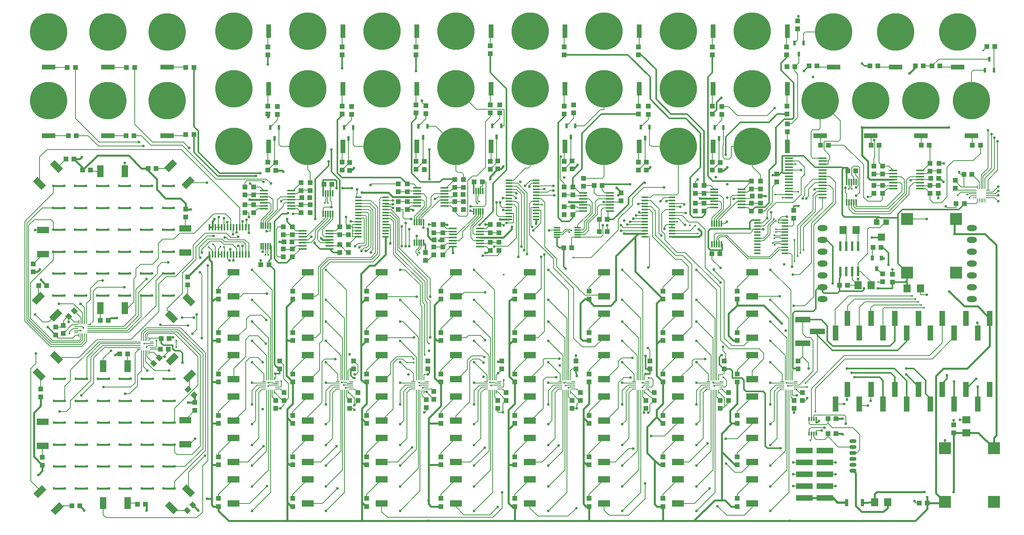
<source format=gbr>
G04 DipTrace 3.3.1.1*
G04 Bottom.gbr*
%MOIN*%
G04 #@! TF.FileFunction,Copper,L4,Bot*
G04 #@! TF.Part,Single*
%AMOUTLINE0*
4,1,4,
0.021654,0.019685,
0.021654,-0.019685,
-0.021654,-0.019685,
-0.021654,0.019685,
0.021654,0.019685,
0*%
%AMOUTLINE3*
4,1,4,
0.019685,-0.021654,
-0.019685,-0.021654,
-0.019685,0.021654,
0.019685,0.021654,
0.019685,-0.021654,
0*%
%AMOUTLINE6*
4,1,4,
-0.021654,-0.019685,
-0.021654,0.019685,
0.021654,0.019685,
0.021654,-0.019685,
-0.021654,-0.019685,
0*%
%AMOUTLINE9*
4,1,4,
-0.001392,-0.029231,
-0.029231,-0.001392,
0.001392,0.029231,
0.029231,0.001392,
-0.001392,-0.029231,
0*%
%AMOUTLINE12*
4,1,4,
0.029231,-0.001392,
0.001392,-0.029231,
-0.029231,0.001392,
-0.001392,0.029231,
0.029231,-0.001392,
0*%
%AMOUTLINE15*
4,1,4,
-0.029231,0.001392,
-0.001392,0.029231,
0.029231,-0.001392,
0.001392,-0.029231,
-0.029231,0.001392,
0*%
%AMOUTLINE24*
4,1,4,
-0.016703,-0.055677,
-0.055677,-0.016703,
0.016703,0.055677,
0.055677,0.016703,
-0.016703,-0.055677,
0*%
%AMOUTLINE27*
4,1,16,
0.012795,-0.003937,
0.014504,-0.003547,
0.015873,-0.002454,
0.016634,-0.000877,
0.016634,0.000877,
0.015873,0.002454,
0.014504,0.003547,
0.012795,0.003937,
-0.012795,0.003937,
-0.014504,0.003547,
-0.015873,0.002454,
-0.016634,0.000877,
-0.016634,-0.000877,
-0.015873,-0.002454,
-0.014504,-0.003547,
-0.012795,-0.003937,
0.012795,-0.003937,
0*%
%AMOUTLINE30*
4,1,16,
0.003937,0.012795,
0.003547,0.014504,
0.002454,0.015873,
0.000877,0.016634,
-0.000877,0.016634,
-0.002454,0.015873,
-0.003547,0.014504,
-0.003937,0.012795,
-0.003937,-0.012795,
-0.003547,-0.014504,
-0.002454,-0.015873,
-0.000877,-0.016634,
0.000877,-0.016634,
0.002454,-0.015873,
0.003547,-0.014504,
0.003937,-0.012795,
0.003937,0.012795,
0*%
%AMOUTLINE252*
4,1,4,
-0.055677,0.016703,
-0.016703,0.055677,
0.055677,-0.016703,
0.016703,-0.055677,
-0.055677,0.016703,
0*%
%AMOUTLINE255*
4,1,4,
0.055677,-0.016703,
0.016703,-0.055677,
-0.055677,0.016703,
-0.016703,0.055677,
0.055677,-0.016703,
0*%
G04 #@! TA.AperFunction,Conductor*
%ADD13C,0.015748*%
%ADD14C,0.011811*%
%ADD15C,0.007874*%
%ADD16C,0.019685*%
%ADD18R,0.070866X0.062992*%
%ADD19R,0.03937X0.043307*%
%ADD20R,0.062992X0.070866*%
%ADD21R,0.043307X0.03937*%
%ADD23R,0.031496X0.062992*%
G04 #@! TA.AperFunction,ComponentPad*
%ADD24O,0.086614X0.051181*%
%ADD26R,0.058071X0.017717*%
%ADD27R,0.011811X0.033465*%
%ADD29R,0.011811X0.055118*%
%ADD30R,0.055118X0.011811*%
%ADD31R,0.017717X0.058071*%
G04 #@! TA.AperFunction,ComponentPad*
%ADD32C,0.314961*%
%ADD34R,0.11811X0.03937*%
%ADD35R,0.03937X0.11811*%
%ADD37R,0.144882X0.05*%
%ADD39R,0.125197X0.05*%
%ADD41R,0.025591X0.041339*%
%ADD42R,0.023622X0.03937*%
%ADD45R,0.047244X0.047244*%
%ADD46R,0.062992X0.059055*%
G04 #@! TA.AperFunction,ComponentPad*
%ADD48O,0.059055X0.035433*%
%ADD50R,0.098425X0.098425*%
%ADD51R,0.023622X0.07874*%
%ADD52R,0.070866X0.015748*%
%ADD53R,0.05X0.125197*%
%ADD54O,0.033465X0.007874*%
%ADD55O,0.007874X0.033465*%
%ADD57R,0.102362X0.055118*%
%ADD60R,0.055118X0.102362*%
G04 #@! TA.AperFunction,ViaPad*
%ADD62C,0.023622*%
%ADD63C,0.017717*%
%ADD134OUTLINE0*%
%ADD137OUTLINE3*%
%ADD140OUTLINE6*%
%ADD143OUTLINE9*%
%ADD146OUTLINE12*%
%ADD149OUTLINE15*%
%ADD158OUTLINE24*%
%ADD161OUTLINE27*%
%ADD164OUTLINE30*%
%ADD386OUTLINE252*%
%ADD389OUTLINE255*%
%FSLAX26Y26*%
G04*
G70*
G90*
G75*
G01*
G04 Bottom*
%LPD*%
X-1234154Y467619D2*
D13*
X-1133021Y468752D1*
X-358021Y1056251D2*
X-464272D1*
Y1056252D1*
X-358021Y1056251D2*
X-258022D1*
X-126772Y925000D1*
X-4990945Y3050001D2*
X-5198362D1*
X-5233843Y3085482D1*
X-5457331D1*
X-4462598Y2706251D2*
X-4264270D1*
X-4195521Y2775000D1*
Y2795919D1*
X-4191929D1*
X-504134Y3635139D2*
X-1239272Y3637500D1*
X-1133021Y468752D2*
Y539123D1*
X-1114320Y557824D1*
X-710850D1*
X-464272Y1056252D2*
Y557824D1*
X-3295522Y3062500D2*
X-3271654Y3084647D1*
X-6284694Y3025001D2*
X-6404969D1*
X-2484694Y3037501D2*
X-2605165D1*
X-1239272Y3637500D2*
Y3400000D1*
X-1189272Y3350000D1*
Y3212500D1*
X-1171655Y3194883D1*
X-976378D1*
X-3271654Y3084647D2*
Y3088633D1*
X-3308021Y3125000D1*
X-458021Y2737500D2*
X-201772D1*
X-106102Y2641831D1*
Y1034745D1*
X-126772Y1014076D1*
Y925000D1*
X-445521Y2862501D2*
X-461811Y2846211D1*
Y2828790D1*
X-458021Y2825000D1*
Y2737500D1*
X-5899556Y3043751D2*
X-5899555D1*
X-592913Y3206252D2*
D14*
X-583024D1*
X-551772Y3175000D1*
X-2099558Y3056252D2*
X-2051773D1*
X-3592520Y3007875D2*
D13*
X-3708808D1*
X-4605807Y3068752D2*
D3*
X-5731348Y2687501D2*
X-5789273D1*
X-5801772Y2700000D1*
X-6116487Y2668751D2*
X-6151773D1*
X-4847736Y2687500D2*
X-4870521D1*
X-4901772Y2718751D1*
Y2781249D1*
X-2121102Y2854332D2*
D14*
X-2167567D1*
X-2186268Y2835631D1*
Y2778545D1*
X-264469Y3018948D2*
D15*
Y3006054D1*
X-276772Y2993751D1*
X-376772D1*
X-856890Y2276134D2*
D14*
Y2329037D1*
X-873673D1*
X-980807D1*
X-3811024Y2710631D2*
Y2637454D1*
X-3792320Y2618751D1*
X-3753986D1*
X-5671701Y3123773D2*
Y3182429D1*
X-5683022Y3193751D1*
X-5784892D1*
Y3156252D1*
X-5778987D1*
X-5540343Y3123773D2*
X-5620913D1*
X-6198625Y1515484D2*
D15*
X-6183862D1*
Y1550841D1*
X-6189272Y1556251D1*
X-376772Y2993751D2*
D14*
X-370521D1*
X-420521Y2943751D1*
X-897743D1*
X-935681Y2905812D1*
Y2873919D1*
X-1089661D1*
X-1095571Y2879828D1*
X-1387941D1*
X-1406642Y2898529D1*
Y3280513D1*
X-1391878Y3295277D1*
X-1404060D1*
X-1409228Y3300445D1*
X-1571505D1*
X-1823625Y1515484D2*
D15*
Y1582509D1*
X-1808858Y1597276D1*
X-1778004D1*
X-7255312Y1849367D2*
X-7240547D1*
X-7233614Y1856301D1*
X-7151772D1*
Y1854627D1*
X-873673Y2329037D2*
D14*
X-858907Y2343803D1*
Y2409745D1*
X-3645522Y1537500D2*
Y1550713D1*
X-3653004Y1558194D1*
Y1597276D1*
X-2421260Y1712598D2*
X-2425197D1*
X-2442913Y1694882D1*
Y1633858D1*
X-2406331Y1597276D1*
X-2403004D1*
X-5520521Y1518749D2*
X-5530560D1*
X-5551181Y1539370D1*
Y1597276D1*
X-5528004D1*
X-3066732Y1705710D2*
Y1597276D1*
X-3028004D1*
X-1773917Y2972001D2*
X-1814272D1*
Y2935680D1*
X-1571505Y3300445D2*
X-1633610D1*
X-1731052Y3397887D1*
X-1910433D1*
Y3264026D1*
Y3255173D1*
X-1904524Y3249264D1*
X-1854970D1*
X-4278004Y1597276D2*
D15*
X-4268866D1*
X-4323625Y1542517D1*
Y1515484D1*
X-1570522Y2287500D2*
D14*
Y2247934D1*
X-1560088Y2237500D1*
X-1445521D1*
X-1429673Y2253348D1*
X-1234843D1*
X-1223031Y2265159D1*
Y2277954D1*
X-2186268Y2778545D2*
X-2517370D1*
X-2536071Y2759844D1*
Y2619934D1*
X-2517370Y2601234D1*
X-2437055D1*
X-2418356D1*
Y2650888D1*
X-2424902D1*
X-7845052Y1880281D2*
D15*
X-7875028D1*
X-7899058Y1856251D1*
X-8020522D1*
X-8042348Y1878076D1*
Y1881462D1*
X-1095571Y2879828D2*
D14*
X-1101480Y2873919D1*
X-1114272D1*
Y2837501D1*
X-2403004Y1597276D2*
X-2351720D1*
X-2333020Y1578575D1*
Y1518151D1*
X-2253197D1*
X-2234496Y1499450D1*
Y1423458D1*
X-2215795Y1404757D1*
X-2073331D1*
X-2054630Y1386056D1*
Y944423D1*
X-2035207Y925000D1*
X-1926772D1*
X-2437055Y2601234D2*
X-2437056Y2568751D1*
X-5784892Y3156252D2*
Y3080365D1*
X-1992126Y3234253D2*
X-1940206D1*
X-1910433Y3264026D1*
X-1391878Y3295277D2*
X-1358268D1*
Y3269686D1*
X-980807Y2329037D2*
Y2277954D1*
X-1105311D1*
X-6243307Y2475000D2*
Y2508466D1*
X-6225738Y2526035D1*
Y2632138D1*
X-6231151D1*
X-6153004Y1597276D2*
X-6161547D1*
X-6196846Y1632575D1*
Y2432575D1*
X-6239272Y2475000D1*
X-6243307D1*
X-6189272Y1556251D2*
X-6153004D1*
Y1597276D1*
X-1358268Y3269686D2*
X-1368260D1*
Y3175642D1*
X-1358268Y3269686D2*
X-1368587D1*
X-4901772Y1550000D2*
D15*
X-4936125D1*
Y1515484D1*
X-4903004Y1597276D2*
D14*
X-4888583D1*
Y1563189D1*
X-4901772Y1550000D1*
X-4510236Y3175001D2*
X-4516142Y3170588D1*
Y3099114D1*
X-1429673Y2253348D2*
X-1429528D1*
Y2301526D1*
X-1778004Y1597276D2*
X-1775280Y1600000D1*
X-1820522D1*
Y2066684D1*
X-1803937Y2083269D1*
X-1647488D1*
X-1628787Y2101970D1*
Y2260484D1*
X-1601772Y2287500D1*
X-1570522D1*
X-7151772Y1854627D2*
Y1813681D1*
X-7133072Y1794982D1*
X-7054063D1*
Y1767588D1*
X-7035362Y1748887D1*
X-6991382D1*
X-6972681Y1730186D1*
Y1648423D1*
X-858907Y2409745D2*
X-935681Y2486520D1*
Y2873919D1*
X-3653004Y1597276D2*
D15*
X-3683858D1*
X-3698625Y1582509D1*
Y1515484D1*
X-2403004Y1597276D2*
Y1559450D1*
X-2417768Y1544686D1*
X-2448625D1*
Y1515484D1*
X-5528004Y1597276D2*
X-5558858D1*
X-5573625Y1582509D1*
Y1515484D1*
X-3066732Y1554135D2*
X-3073625Y1547243D1*
Y1515484D1*
X-3028004Y1597276D2*
D14*
Y1554135D1*
X-3066732D1*
X-1602165Y1156301D2*
Y1153545D1*
X-1613976Y1141734D1*
X-1626772D1*
Y1174017D1*
X-1429528Y2301526D2*
Y2362010D1*
X-1423228Y2368310D1*
Y2421261D1*
X-1958021Y3243751D2*
D15*
Y3234253D1*
X-1992126D1*
X-4923228Y2578741D2*
D3*
X-4510236Y3175001D2*
D3*
X-3753986Y2618751D2*
D14*
Y2458463D1*
X-3739273Y2443751D1*
X-8108021Y1950000D2*
X-8042348Y1884327D1*
Y1881462D1*
X-4937402Y2663387D2*
Y2660630D1*
X-4923228Y2646457D1*
Y2578741D1*
X-4278004Y1597276D2*
D15*
Y1588138D1*
X-4307087Y1559055D1*
X-540157Y472244D2*
D13*
Y462501D1*
X-689272D1*
X-161664Y2024165D2*
Y1790108D1*
X-351772Y1600000D1*
X-551772D1*
X-614272Y1537500D1*
Y546358D1*
X-540157Y472244D1*
X-7814001Y3275163D2*
Y3294848D1*
X-7888804Y3369651D1*
X-7262820Y3290911D2*
X-7317682D1*
X-7426772Y3400000D1*
X-7689164D1*
X-7814001Y3275163D1*
X-7262820Y3290911D2*
Y3273549D1*
X-7189272Y3200000D1*
Y3112500D1*
X-7114272Y3037500D1*
X-6989272D1*
X-6945891Y2994119D1*
Y2946423D1*
X-8231324Y2416895D2*
X-8197377D1*
X-8176772Y2437500D1*
X-8164272Y2350000D2*
Y2345906D1*
X-8117151Y2298785D1*
X-7526772Y2025000D2*
X-7579912D1*
X-7597466Y2007446D1*
X-6667571Y434430D2*
X-6711202D1*
X-6726772Y450000D1*
Y500000D1*
Y784844D1*
Y1135257D1*
Y1485671D1*
Y1836084D1*
Y2162500D1*
X-6702774Y2186497D1*
X-6667571D1*
Y1836084D2*
X-6726772D1*
X-6667571Y1485671D2*
X-6726772D1*
X-6667571Y784844D2*
X-6726772D1*
X-6667571Y1135257D2*
X-6726772D1*
X-6868988Y1312753D2*
Y1367217D1*
X-6876772Y1375000D1*
X-6868988Y1312753D2*
X-6926518D1*
X-7539272Y1712500D2*
X-7529570Y1722202D1*
X-7502846D1*
X-8170169Y1358029D2*
Y1286583D1*
Y1281602D1*
X-8226772Y1225000D1*
Y855576D1*
X-8154421Y783226D1*
Y734850D1*
X-8189272Y700000D1*
X-7801772Y400000D2*
Y403017D1*
X-7837492Y438738D1*
X-7276772Y400000D2*
Y444946D1*
X-7286311Y454486D1*
X-6885129Y445416D2*
X-6884688D1*
X-6839272Y400000D1*
X-6764272Y500000D2*
X-6726772D1*
X-6745521Y2562412D2*
Y2556241D1*
X-6930143Y2371619D1*
X-6726772Y2162500D2*
Y2500000D1*
X-6745521Y2518749D1*
Y2562412D1*
Y2793751D2*
X-6719930D1*
Y2844340D1*
X-6701770Y2862500D1*
X-6901772Y2943751D2*
X-6943219D1*
X-6945891Y2946423D1*
X-7888804Y3369651D2*
X-7838370D1*
X-7820521Y3387500D1*
X-6667571Y434430D2*
Y397049D1*
X-6583022Y312500D1*
X-6089272D1*
X-5458022D1*
X-4895522D1*
X-4167571D1*
X-3542571D1*
X-2917571D1*
X-2658021D1*
X-2483021Y487500D1*
X-2423165D1*
X-2395521D1*
X-2342451Y434430D1*
X-2292571D1*
X-2917571D2*
Y312500D1*
X-2292571Y1485671D2*
Y1302951D1*
X-2351772Y1243751D1*
Y1150000D1*
X-2337029Y1135257D1*
X-2292571D1*
Y784844D2*
X-2311615D1*
X-2423228Y896457D1*
Y1049058D1*
X-2337029Y1135257D1*
X-2423228Y896457D2*
X-2423165Y487500D1*
X-3542571Y434430D2*
Y312500D1*
X-4167571Y434430D2*
Y312500D1*
X-4792571Y434430D2*
X-4873591D1*
X-4895521Y456361D1*
Y482285D1*
Y784844D1*
Y1135257D1*
Y1181251D1*
X-4792571Y1284201D1*
Y1485671D1*
Y1135257D2*
X-4895521D1*
X-4792571Y784844D2*
X-4895521D1*
X-4167571Y434430D2*
X-4192451D1*
X-4220521Y462500D1*
Y775886D1*
Y1082307D1*
X-4167571Y1135257D1*
Y784844D2*
X-4211563D1*
X-4220521Y775886D1*
X-4167571Y1485671D2*
Y1302950D1*
X-4220521Y1250000D1*
Y1082307D1*
X-6042571Y1485671D2*
Y1302950D1*
X-6089272Y1256249D1*
Y1181958D1*
X-6042571Y1135257D1*
Y784844D2*
X-6066928D1*
X-6089272Y807188D1*
Y1181958D1*
X-6042571Y434430D2*
X-6054951D1*
X-6089272Y468751D1*
Y807188D1*
Y468751D2*
Y312500D1*
X-5417571Y1485671D2*
Y1302950D1*
X-5458021Y1262500D1*
Y1175707D1*
X-5417571Y1135257D1*
Y784844D2*
X-5436615D1*
X-5458021Y806249D1*
Y1175707D1*
X-5417571Y434430D2*
X-5423702D1*
X-5458021Y468749D1*
Y806249D1*
Y468749D2*
X-5458022Y312500D1*
X-3542571Y1485671D2*
Y1302950D1*
X-3589272Y1256249D1*
Y1181958D1*
X-3542571Y1135257D1*
Y784844D2*
X-3561615D1*
X-3589272Y812500D1*
Y1181958D1*
X-3542571Y434430D2*
X-3567451D1*
X-3589272Y456251D1*
Y812500D1*
X-2917571Y1485671D2*
Y1302950D1*
X-2970521Y1250000D1*
Y1188207D1*
X-2917571Y1135257D1*
Y784844D2*
X-2949115D1*
X-2987374Y823102D1*
X-3051772Y887500D1*
Y1106957D1*
X-2970521Y1188207D1*
X-2917571Y434430D2*
X-2967453D1*
X-2987374Y454352D1*
Y823102D1*
X-5417571Y1485671D2*
X-5443692D1*
X-5464272Y1506251D1*
Y1789383D1*
X-5417571Y1836084D1*
Y2186497D2*
X-5427774D1*
X-5464272Y2150000D1*
Y1789383D1*
X-4792571Y2186497D2*
X-4795786D1*
X-4845521Y2136762D1*
Y1856249D1*
X-4838794Y1849522D1*
X-4825356Y1836084D1*
X-4792571D1*
Y1485671D2*
X-4812441D1*
X-4845521Y1518751D1*
Y1849522D1*
X-4838794D1*
X-4167571Y2186497D2*
X-4196524D1*
X-4214272Y2168749D1*
Y1803035D1*
Y1532371D1*
X-4167571Y1485671D1*
Y1836084D2*
X-4181223D1*
X-4214272Y1803035D1*
X-2917571Y2186497D2*
X-2934024D1*
X-2970521Y2150000D1*
Y1807094D1*
Y1538621D1*
X-2917571Y1485671D1*
Y1836084D2*
X-2941531D1*
X-2970521Y1807094D1*
X-2292571Y2186497D2*
Y2134201D1*
X-2364272Y2062500D1*
Y1875000D1*
X-2325356Y1836084D1*
X-2292571D1*
X-1401772Y1043751D2*
X-1408022Y1050001D1*
X-1459843D1*
Y1175001D2*
X-1401772D1*
X-5257933Y2712501D2*
Y2562589D1*
X-5351772Y2468751D1*
X-5395521D1*
X-5464272Y2400000D1*
Y2150000D1*
X-6042571Y2186497D2*
Y2171701D1*
X-6095521Y2118751D1*
Y1849593D1*
Y1538621D1*
X-6042571Y1485671D1*
Y1836084D2*
X-6082012D1*
X-6095521Y1849593D1*
X-3072835Y2738190D2*
X-3126081D1*
X-3151772Y2712500D1*
Y2420698D1*
X-2917571Y2186497D1*
X-4218504Y2858269D2*
X-4293503D1*
X-4376772Y3200000D2*
Y3218751D1*
X-4310236Y3285286D1*
X-3987165Y2858269D2*
Y2822894D1*
X-3639272Y3318749D2*
X-3672735Y3285286D1*
X-3685236D1*
X-4310236D2*
X-4285235D1*
X-4264272Y3306249D1*
X-4933021Y3293751D2*
Y3281252D1*
X-5526770Y3293751D2*
X-5547735Y3272786D1*
X-5560238D1*
X-6120521Y3262500D2*
X-6130807Y3272786D1*
X-6185236D1*
X-3542571Y1836084D2*
X-3594105D1*
X-3614272Y1856251D1*
Y2150000D1*
X-3577774Y2186497D1*
X-3542571D1*
Y2172049D1*
X-3501772Y2131249D1*
X-3358022D1*
X-3314272Y2175000D1*
Y2550000D1*
X-3151772Y2712500D1*
X-2841496Y2712600D2*
X-2614172D1*
X-2595521Y2731251D1*
Y2756249D1*
X-2614272Y2775000D1*
X-789272Y4156252D2*
Y4143751D1*
X-839272Y4093751D1*
X-1870522Y4143751D2*
Y4150001D1*
X-1076772Y2533466D2*
X-1053987Y2531251D1*
X-501772Y2250000D2*
X-376772Y2125000D1*
X-262499D1*
X-161664Y2024165D1*
X-3126081Y2738190D2*
X-3245521D1*
X-3026772Y3300000D2*
X-3051770Y3275001D1*
X-3058021D1*
X-2376772Y3300000D2*
X-2403986Y3272786D1*
X-2435236D1*
X-689272Y512500D2*
Y462501D1*
X-2658021Y312500D2*
X-1845521D1*
X-789272D1*
X-689272Y412500D1*
Y462501D1*
X-2292571Y2134201D2*
X-2067222D1*
X-1914272Y1981251D1*
X-7255312Y1736769D2*
D15*
X-7214264D1*
X-7168201Y1690706D1*
X-7932112Y2038942D2*
X-7937436D1*
X-7974409Y2001969D1*
Y1969085D1*
X-7979356Y1964139D1*
X-8042348Y1948391D2*
X-7995104D1*
X-7979356Y1964139D1*
X-7845052Y1992879D2*
X-7886049D1*
X-7932112Y2038942D1*
X-4762598Y3050001D2*
X-4691487D1*
X-4672736Y3068752D1*
X-3364173Y3007875D2*
X-3281496D1*
X-3271654Y3017718D1*
X-4690945Y2706251D2*
X-4762056D1*
X-4780807Y2687500D1*
X-2256348Y3037501D2*
X-2185238D1*
X-2166487Y3056252D1*
X-6056348Y3025001D2*
X-5985235D1*
X-5966486Y3043751D1*
X-5959694Y2687501D2*
X-6030807D1*
X-6049558Y2668751D1*
X-748031Y3194883D2*
X-671211D1*
X-659843Y3206252D1*
X-1273228Y2301576D2*
X-1362549D1*
X-1362598Y2301526D1*
X-1323228Y2421261D2*
Y2351576D1*
X-1273228Y2301576D1*
X-264469Y3131546D2*
X-378543D1*
X-402854D1*
X-453346Y3182038D1*
Y3189715D1*
X-378543Y3238928D2*
Y3131546D1*
X-3030610Y3639717D2*
Y3489765D1*
X-3015846Y3475001D1*
X-2789272D1*
X-4664272Y3962501D2*
X-4492228Y3790458D1*
X-4260185D1*
Y3650001D1*
X-4282824D1*
X-3414272Y3962501D2*
Y3786423D1*
X-3446152D1*
X-3582573Y3650001D1*
X-3657824D1*
X-4039272Y3475001D2*
Y3306690D1*
X-4054035Y3291927D1*
X-4077661D1*
X-4178642Y3190946D1*
X-4218504D1*
X-3414272Y3475001D2*
Y3221458D1*
X-3429035Y3206694D1*
X-3588583D1*
X-2073362Y2777560D2*
X-2121102D1*
X-4601772Y3195966D2*
Y3240094D1*
X-4616535Y3254858D1*
X-4649507D1*
X-4664272Y3269623D1*
Y3475001D1*
X-2095521Y3183466D2*
Y3237503D1*
X-2164272Y3306253D1*
Y3475001D1*
X-5289272D2*
X-5518059D1*
X-5532824Y3489766D1*
Y3637501D1*
X-5895522Y3170966D2*
Y3261000D1*
X-5914272Y3279749D1*
Y3475001D1*
X-1571497Y3377217D2*
X-1655262D1*
X-1670028Y3391982D1*
Y3599954D1*
X-1655264Y3614718D1*
X-1605118D1*
X-1590354Y3629482D1*
Y3862206D1*
X-315353D2*
Y4103986D1*
X-300587Y4118752D1*
X-201969D1*
X-1480118Y4442915D2*
X-1718059D1*
X-1732824Y4428150D1*
Y4350001D1*
X-4307087Y1655512D2*
X-4298394Y1664205D1*
X-4278004D1*
X-3426181Y2808072D2*
Y2725395D1*
X-3440945Y2710631D1*
X-3637795D1*
X-2433071Y2448819D2*
X-2503986Y2519734D1*
Y2568751D1*
X-4320866Y3003938D2*
Y2898627D1*
X-4306098Y2883860D1*
X-4218504D1*
X-1375197Y1131694D2*
Y1192718D1*
X-1389961Y1207482D1*
X-1646457D1*
Y1174017D1*
X-4540748Y2971112D2*
X-4425591D1*
X-4410827Y2985875D1*
Y3175001D1*
X-4443307D1*
X-5041634Y2863190D2*
X-5097142D1*
X-5111906Y2877954D1*
Y2941537D1*
X-5151772D1*
X-1829134Y2458612D2*
Y2558072D1*
X-1843898Y2572836D1*
X-1889764D1*
X-1555980Y1100198D2*
X-1671063D1*
X-1685827Y1085434D1*
Y1050001D1*
X-4439961Y2552360D2*
X-4316535D1*
X-4301772Y2567123D1*
Y2597786D1*
X-5521114Y1289990D2*
Y1350375D1*
X-5573625Y1402886D1*
X-4021614Y2796316D2*
X-4031457Y2806159D1*
Y2960631D1*
X-3987165D1*
X-4010827Y2765804D2*
X-3947303Y2829328D1*
Y2935041D1*
X-3987165D1*
X-3272098Y2808072D2*
X-3253398Y2789371D1*
X-3072835D1*
X-5519685Y1551181D2*
X-5507874D1*
X-5492126Y1566929D1*
Y1629921D1*
X-5526409Y1664205D1*
X-5528004D1*
X-2436469Y1263811D2*
Y1265748D1*
X-2409449D1*
X-2399606Y1275591D1*
Y1353867D1*
X-2448625Y1402886D1*
X-4290354Y3003938D2*
Y2975399D1*
X-4275587Y2960631D1*
X-4218504D1*
X-691634Y2223423D2*
X-746654D1*
Y2276134D1*
X-1286909Y3058612D2*
X-1258024Y3087497D1*
Y3295970D1*
X-1272787Y3310734D1*
X-1311024D1*
X-1325787Y3295970D1*
Y3231596D1*
X-1309205Y3215013D1*
Y3175642D1*
X-5497787Y3112056D2*
Y3079627D1*
X-5501772Y3075643D1*
Y3045178D1*
X-5489272D1*
X-3651575Y1708661D2*
X-3653004D1*
Y1664205D1*
X-1889764Y2828741D2*
X-1943776D1*
Y2854332D1*
X-1916217Y2881891D1*
X-1871835D1*
X-3043752Y1772639D2*
X-3028004Y1756891D1*
Y1664205D1*
X-4268701Y1229332D2*
X-4311469D1*
Y1263811D1*
X-4237205Y2830710D2*
X-4178642D1*
Y2909450D1*
X-4218504D1*
X-6261909Y2759104D2*
X-6231151D1*
Y2805366D1*
X-1379579Y3127312D2*
Y3087592D1*
X-1368260Y3076273D1*
Y3002413D1*
X-1577559Y1077560D2*
X-1626772D1*
Y1050001D1*
X-6410382Y2878147D2*
Y2916535D1*
X-6445521D1*
X-5570522Y2795966D2*
Y2799213D1*
X-5538039D1*
Y2763682D1*
X-5489272D1*
X-5218071Y2656497D2*
Y2789273D1*
Y2814864D1*
X-5257933D1*
X-1788831Y1374635D2*
X-1823625D1*
Y1402886D1*
X-3079189Y1225423D2*
Y1263811D1*
X-3061469D1*
X-1286909Y3129379D2*
X-1272787Y3143501D1*
Y3214030D1*
X-1291339Y3232581D1*
Y3269686D1*
X-7931102Y1994094D2*
Y2038942D1*
X-7932112D1*
X-3364173Y3007875D2*
X-3418307Y3007879D1*
X-3389764Y2755907D2*
X-3389768Y2808072D1*
X-1460626Y606253D2*
X-1551770Y606252D1*
X-1817717Y706253D2*
X-1768450D1*
X-1768449Y706252D1*
X-1726573D1*
X-1817717Y806253D2*
X-1768450D1*
X-1768449Y806252D1*
X-1726573D1*
X-1817717Y606253D2*
X-1768450D1*
X-1768449Y606252D1*
X-1726573D1*
X-980807Y2395966D2*
X-980811Y2436320D1*
X-691634Y2862501D2*
X-769339D1*
X-858907D1*
X-6412844Y2793751D2*
X-6412846Y2746013D1*
X-595129Y3079037D2*
X-595126Y3040647D1*
X-3072835Y2814962D2*
X-3217520D1*
X-6120521Y2795966D2*
X-6165354D1*
X-6180118Y2781202D1*
Y2556302D1*
X-6165353Y2541537D1*
X-6120521D1*
X-1590354Y3862206D2*
X-1422047Y3693899D1*
Y3535139D1*
X-1436811Y3520375D1*
X-1557673D1*
Y3448226D1*
X-1510480Y3401033D1*
Y3366391D1*
X-1525244Y3351627D1*
Y3326035D1*
X-1571505D1*
X-358021Y1166487D2*
X-412157Y1166486D1*
X-2403004Y1664205D2*
X-2387795D1*
Y1724409D1*
X-2413386Y1750000D1*
Y1781496D1*
X-4851772Y2814715D2*
X-4892126Y2814714D1*
X-2436469Y1263811D2*
X-2433071D1*
Y1265748D1*
X-3686469Y1263811D2*
X-3646114Y1263812D1*
X-6186469Y1263811D2*
X-6146114D1*
Y1263812D1*
X-4936125Y1402886D2*
X-4913484Y1402887D1*
X-1273228Y2301576D2*
Y2355710D1*
X-588878Y3333466D2*
X-548520D1*
X-540157Y992915D2*
Y925000D1*
X-4996457Y2718505D2*
Y2663387D1*
X-1943776Y2854332D2*
X-1889764D1*
X-5489272Y2738092D2*
X-5538039D1*
Y2712501D1*
X-5489272D1*
X-4937402Y2790352D2*
Y2836615D1*
X-464272Y1163537D2*
Y1123181D1*
X-5218071Y2789273D2*
X-5257933D1*
X-1811469Y1225423D2*
Y1263811D1*
X-6310236Y2513387D2*
Y2475000D1*
X-5538039Y2763682D2*
Y2738092D1*
X-2789272Y3475001D2*
Y3079726D1*
X-2804035Y3064962D1*
X-3003354D1*
X-3023039Y3045277D1*
X-3072835D1*
X-1314272Y737500D2*
D13*
X-1312303D1*
X-1291339Y716535D1*
Y439915D1*
X-1241188Y389764D1*
X-1057087D1*
X-1022785Y424066D1*
Y468752D1*
X-2121102Y2777560D2*
D15*
X-2163630D1*
Y2758088D1*
X-2178394Y2743324D1*
X-2469193D1*
X-2483957Y2728560D1*
Y2650888D1*
X-4664272Y3475001D2*
X-4835238Y3645967D1*
X-4905609D1*
X-2164272Y3475001D2*
X-2343012D1*
Y3384993D1*
X-2357776Y3370230D1*
X-2397146D1*
X-2411909Y3384993D1*
Y3486978D1*
X-2407825Y3491062D1*
Y3637501D1*
X-5914272Y3475001D2*
X-6143059D1*
X-6157824Y3489766D1*
Y3637501D1*
X-1525244Y3351627D2*
X-1549510D1*
X-1549512Y3351626D1*
X-1571505D1*
X-3637795Y2710631D2*
X-3687056D1*
Y2618751D1*
X-4443307Y3175001D2*
Y3137501D1*
X-4457087D1*
Y3099114D1*
X-3040354Y2451773D2*
X-3032972Y2459155D1*
Y2712600D1*
X-3072835D1*
X-6289665Y3177364D2*
X-6297441Y3185139D1*
X-6430756D1*
X-6445521Y3170374D1*
Y3133465D1*
X-3777165Y3388387D2*
X-3785039Y3380513D1*
Y3196261D1*
X-3753346Y3164568D1*
Y3134056D1*
X-530709Y2968360D2*
X-522835Y2960486D1*
X-443701D1*
Y2993751D1*
X-7121106Y1698423D2*
Y1707537D1*
Y1711916D1*
X-7091093Y1741929D1*
Y1762501D1*
X-7121106Y1707537D2*
D3*
X-5386811Y3150395D2*
X-5378740Y3158466D1*
X-5151772D1*
X-5489272Y2789273D2*
X-5538039D1*
Y2814864D1*
X-5489272D1*
Y2763682D2*
X-5537402D1*
Y2789273D1*
X-5489272D1*
X-4931992Y1230364D2*
X-4926083D1*
X-4914272Y1242175D1*
Y1268749D1*
X-1702114Y1348064D2*
Y1342157D1*
X-1713925Y1330346D1*
X-1740504D1*
X-5521114Y1248060D2*
Y1252000D1*
X-5532925Y1263811D1*
X-5561469D1*
X-796559Y478249D2*
Y474312D1*
X-784748Y462501D1*
X-756201D1*
X-1136516Y3528249D2*
X-1132673Y3524407D1*
Y3382734D1*
X-1138878Y3376529D1*
Y3308466D1*
X-6296606Y2585875D2*
X-6290206Y2592276D1*
Y2632138D1*
X-4266240Y2939966D2*
X-4261315Y2935041D1*
X-4218504D1*
X-4261417Y2809131D2*
X-4267001Y2814715D1*
X-4301772D1*
X-3272098Y2762793D2*
X-3271110Y2763781D1*
X-3072835D1*
X-263878Y1985139D2*
X-261655Y1982916D1*
Y1899146D1*
X-4540748Y2932088D2*
X-4534546Y2925886D1*
X-4516142D1*
X-416929Y3260139D2*
Y3250739D1*
X-405118Y3238928D1*
X-378543D1*
X-1958021Y3176822D2*
D3*
X-4903004Y1664205D2*
D3*
X-2365504Y1330346D2*
Y1309693D1*
X-2409449Y1265748D1*
X-2433071D1*
X-5712058Y3156252D2*
D3*
X-4601772Y2941537D2*
D3*
X-5895522Y2916535D2*
D3*
X-6120521Y2795966D2*
D3*
X-2645522Y2929038D2*
D3*
X-4851772Y2560285D2*
D3*
X-1323228Y2633860D2*
D3*
X-6651772Y2631251D2*
Y2627706D1*
X-6668749Y2610728D1*
Y2562412D1*
X-6643159D2*
X-6668749D1*
X-7121106Y1698423D2*
X-7160484D1*
X-7168201Y1690706D1*
X-7051772Y1862500D2*
X-7076970D1*
X-7084843Y1854627D1*
X-6694340Y2793751D2*
X-6668749D1*
X-6643159D1*
X-6668749D2*
Y2876773D1*
X-6664272Y2881251D1*
X-6056348Y3025001D2*
X-6126770D1*
X-6139272Y3012500D1*
X-5959694Y2687501D2*
X-5910924D1*
X-5885827Y2712598D1*
X-6115504Y1330346D2*
Y1294423D1*
X-6146114Y1263812D1*
X-4913484Y1402887D2*
Y1401034D1*
X-4851772Y1339322D1*
X-5490504Y1330346D2*
Y1320600D1*
X-5521114Y1289990D1*
X-4323625Y1402886D2*
X-4313043D1*
X-4240504Y1330346D1*
X-4268701Y1229332D2*
Y1302150D1*
X-4240504Y1330346D1*
X-3698625Y1402886D2*
X-3612668Y1316929D1*
X-3602087D1*
X-3615504Y1330346D1*
X-3646114Y1263812D2*
Y1299736D1*
X-3615504Y1330346D1*
X-3073625Y1402886D2*
X-3029386Y1358647D1*
X-3018804D1*
X-2990504Y1330346D1*
X-3040354Y1225423D2*
X-3028988Y1236789D1*
Y1291862D1*
X-2990504Y1330346D1*
X-1739272Y1812501D2*
Y1702937D1*
X-1741612Y1700597D1*
X-1778004Y1664205D1*
X-1687008Y1600394D2*
Y1645993D1*
X-1741612Y1700597D1*
X-2645522Y3145967D2*
Y3177312D1*
X-2625984Y3196850D1*
X-2256348Y3037501D2*
X-2316829D1*
X-2322835Y3031496D1*
X-2424902Y2824117D2*
X-2396356D1*
X-2379921Y2840551D1*
X-1751969Y3275591D2*
X-1854234D1*
X-1854970Y3274854D1*
X-1958021Y3176822D2*
Y3167963D1*
X-1994094Y3131890D1*
Y2998031D1*
X-2063088Y2929038D1*
X-2095521D1*
X-1188976Y3051181D2*
X-1166734D1*
X-1138878Y3079037D1*
X-828740Y3188976D2*
X-826772D1*
X-820865Y3194883D1*
X-748031D1*
X-2841496Y2814962D2*
Y2789371D1*
X-2903543Y2779528D2*
Y2795276D1*
X-2883857Y2814962D1*
X-2841496D1*
X-4805118Y2679134D2*
X-4789173D1*
X-4780807Y2687500D1*
X-4840551Y3033465D2*
X-4836614D1*
X-4820077Y3050001D1*
X-4762598D1*
X-5489272Y2712501D2*
X-5503987D1*
X-5570522Y2645966D1*
X-5592520Y2879921D2*
Y2817963D1*
X-5570522Y2795966D1*
X-3811024Y2769686D2*
X-3875983D1*
X-3877953Y2767717D1*
X-3748031Y2893701D2*
X-3748669D1*
X-3753346Y2898378D1*
X-5784892Y2907136D2*
Y2953297D1*
X-5773622Y2964567D1*
X-5716535D1*
X-5725837Y3080365D2*
Y3019144D1*
X-5716535Y3009843D1*
Y2964567D1*
X-5712058Y3156252D2*
Y3144241D1*
X-5725837Y3130462D1*
Y3080365D1*
X-4923228Y2511812D2*
X-4900244D1*
X-4851772Y2560285D1*
X-1551770Y806252D2*
X-1461764D1*
X-1460630Y805118D1*
X-1551770Y706252D2*
X-1461071D1*
X-1460630Y706693D1*
X-6153004Y1664205D2*
X-6118110Y1629311D1*
Y1511811D1*
X-6078740Y1472441D1*
Y1348031D1*
X-6095521Y1331251D1*
X-6126990D1*
X-6198625Y1402886D1*
X-6251772Y3341930D2*
Y3467226D1*
X-6243996Y3475001D1*
X-5626772Y3341930D2*
Y3467226D1*
X-5618996Y3475001D1*
X-5001772Y3350001D2*
Y3467226D1*
X-4993996Y3475001D1*
X-4368996D2*
Y3357777D1*
X-4376772Y3350001D1*
X-6173822Y1443437D2*
X-6147115D1*
X-6139272Y1451281D1*
Y1493749D1*
X-1814272Y2131249D2*
X-1720522D1*
X-1645522Y2206249D1*
Y2812499D1*
X-1462598Y2995423D1*
Y3173230D1*
X-1513042Y3223673D1*
X-1571505D1*
X-3673822Y1443437D2*
X-3708335D1*
X-3716535Y1435236D1*
X-3676772Y2537500D2*
X-3526773D1*
X-3295522Y2768751D1*
Y2862500D1*
X-3176772Y2981251D1*
Y3037500D1*
X-3083021Y3131251D1*
X-2908022D1*
X-1639272Y3112500D2*
X-1630461Y3121311D1*
X-1571505D1*
Y3095720D2*
X-1618551D1*
X-1651772Y3062500D1*
Y2937500D1*
X-1783022Y2806249D1*
Y2550000D1*
X-3039272Y1518749D2*
X-3014270D1*
X-3001772Y1506251D1*
Y1456249D1*
X-3014584Y1443437D1*
X-3048822D1*
X-5548822D2*
X-5570344D1*
X-5576280Y1437501D1*
X-5595521D1*
X-1739272Y3037500D2*
X-1745522D1*
X-1720522Y3062500D1*
Y3127903D1*
X-1650343Y3198083D1*
X-1571505D1*
Y3070130D2*
X-1612891D1*
X-1633021Y3050000D1*
Y2925001D1*
X-1758022Y2800000D1*
Y2575000D1*
X-2408021Y1525000D2*
X-2383022Y1500001D1*
Y1456249D1*
X-2395835Y1443437D1*
X-2423822D1*
X-7869856Y1952328D2*
X-7816600D1*
X-7808022Y1943751D1*
X-1909449Y3043308D2*
X-1854970D1*
Y3044539D1*
Y3070130D2*
X-1971703D1*
X-7192913Y1836615D2*
Y1787403D1*
X-7202996Y1777320D1*
X-7230509D1*
X-4911322Y1443437D2*
X-4933484D1*
X-4941881Y1435041D1*
X-4945522D1*
X-1708022Y3037499D2*
X-1689272Y3056249D1*
Y3115846D1*
X-1633857Y3171261D1*
X-1572736D1*
X-1571505Y3172492D1*
X-4298822Y1443437D2*
X-4265226D1*
X-4261811Y1446852D1*
Y1501970D1*
X-1820521Y2393751D2*
X-1764270D1*
X-1664272Y2493749D1*
Y2825000D1*
X-1483022Y3006249D1*
Y3116882D1*
X-1513042Y3146902D1*
X-1571505D1*
X-1551770Y506252D2*
D16*
X-1483024D1*
X-1444391Y467619D1*
X-1368012D1*
X-1726573Y506252D2*
D13*
X-1551770D1*
X-176772Y3612501D2*
D15*
Y3293751D1*
X-232972Y3237550D1*
Y3131546D1*
X-145522Y3581251D2*
Y3293751D1*
X-217224Y3222049D1*
Y3131546D1*
X-4990945Y2973230D2*
X-5045079D1*
X-5076772Y2941537D1*
D14*
X-5028151D1*
X-5023622Y2937008D1*
X-6250000Y3724409D2*
Y3748230D1*
X-6251772Y3750001D1*
X-4462598Y2783022D2*
D15*
X-4408465D1*
X-4376772Y2814715D1*
X-6251772Y4250001D2*
D14*
Y4169094D1*
X-4416487Y2814715D2*
X-4376772D1*
X-6284694Y2948230D2*
D15*
X-6338827D1*
X-6370521Y2916535D1*
X-7876772Y4144096D2*
Y3712501D1*
X-7676772Y3512501D1*
X-7339272D1*
X-6376772Y2918752D2*
X-6374555Y2916535D1*
X-6370521D1*
X-6056348Y3101773D2*
X-6039714D1*
X-5970521Y3170966D1*
X-7376772Y4144096D2*
Y3662501D1*
X-7226772Y3512501D1*
X-6964272D1*
X-6914272Y3462501D1*
X-5970521Y3168752D2*
Y3170966D1*
X-3751772Y3350001D2*
Y3467226D1*
X-3743996Y3475001D1*
X-7868307Y3566537D2*
X-7768304D1*
X-7683020Y3481252D1*
X-7301772D1*
X-6401772Y3162501D2*
X-6399558D1*
X-6370521Y3133465D1*
X-6316378D1*
X-6284686Y3101773D1*
X-3126772Y3341930D2*
Y3467226D1*
X-3118996Y3475001D1*
X-5626772Y4250001D2*
D14*
Y4137500D1*
X-4414272Y2575000D2*
X-4399558D1*
X-4376772Y2597786D1*
X-4462606Y2629479D2*
D15*
X-4408465D1*
X-4376772Y2597786D1*
X-1571505Y3044539D2*
Y2955265D1*
X-1733021Y2793749D1*
Y2600000D1*
X-1702084Y1443437D2*
X-1798822D1*
X-1588188Y3487895D2*
Y3564764D1*
X-1590354Y3566930D1*
X-738188Y3487895D2*
Y3564765D1*
X-740353Y3566930D1*
X-1889764Y2803151D2*
X-1826770D1*
X-1814272Y2815650D1*
Y2868751D1*
X-248720Y3131546D2*
Y3176034D1*
X-311614Y3238928D1*
X-453346Y3122786D2*
X-437303Y3106743D1*
X-289272D1*
X-201476Y3131546D2*
Y3206547D1*
X-120522Y3287501D1*
Y3550001D1*
X-2484694Y2960730D2*
X-2538829D1*
X-2570521Y2929038D1*
X-3751772Y4250001D2*
D14*
X-3214273D1*
X-3026772Y4062500D1*
Y3875000D1*
X-2864272Y3712500D1*
X-2726772D1*
X-2601772Y3587500D1*
Y3300000D1*
X-2689272Y3212500D1*
Y2900000D1*
X-2664272Y2875000D1*
X-2589272D1*
X-2564272Y2900000D1*
Y2922789D1*
X-2570521Y2929038D1*
X-3126772Y4250001D2*
X-3101773D1*
X-2976772Y4125000D1*
Y3875000D1*
X-2851772Y3750000D1*
X-2714272D1*
X-2570521Y3606249D1*
Y3145967D1*
D15*
X-2516381D1*
X-2484686Y3114273D1*
X-2256348D2*
X-2239714D1*
X-2170521Y3183466D1*
X-2501772Y4250001D2*
D14*
Y4100000D1*
X-2539272Y4062500D1*
Y3225000D1*
X-2497738Y3183466D1*
X-2170521D1*
X-2256348Y2960730D2*
D15*
X-2202213D1*
X-2170521Y2929038D1*
X-1876772Y4250001D2*
D14*
Y4224999D1*
X-1920521Y4181249D1*
Y4118749D1*
X-1814272Y4012500D1*
Y3718751D1*
X-1826772Y3706251D1*
X-1895521D1*
X-1964272Y3637500D1*
Y3331249D1*
X-2020522Y3275000D1*
Y2999999D1*
X-2058021Y2962500D1*
X-2137059D1*
X-2170521Y2929038D1*
X-306937Y3487894D2*
D15*
Y3558514D1*
X-315353Y3566930D1*
X-95521Y3518751D2*
Y3275001D1*
X-176673Y3193849D1*
Y3106743D1*
X-433268Y4147639D2*
X-572539D1*
X-580315Y4155415D1*
X-5915849Y2209676D2*
X-5848348D1*
X-5826772Y2231252D1*
Y2456251D1*
X-5745521Y2537501D1*
X-5383022D1*
X-5345522Y2575001D1*
Y2950001D1*
X-5389518Y2993997D1*
X-5489272D1*
X-6540849Y459676D2*
X-6404596D1*
X-6258022Y606249D1*
X-5383022Y2581251D2*
Y2587500D1*
X-5364272Y2606251D1*
Y2937501D1*
X-5395177Y2968407D1*
X-5489272D1*
X-6540849Y809676D2*
X-6423345D1*
X-6289272Y943749D1*
X-5426772Y2593751D2*
X-5414273D1*
X-5383022Y2625001D1*
Y2925001D1*
X-5400837Y2942816D1*
X-5489272D1*
X-6540849Y1159676D2*
X-6535848D1*
X-6439272Y1256252D1*
Y1656252D1*
X-6401772Y1693752D1*
X-6335483D1*
X-6295276Y1653545D1*
X-5460630Y2592521D2*
X-5463238Y2595129D1*
X-5439617Y2618751D1*
X-5420522D1*
X-5401772Y2637501D1*
Y2906252D1*
X-5414272Y2918752D1*
X-5487745D1*
X-5489272Y2917226D1*
X-7640643Y462360D2*
Y363874D1*
X-7615352Y338583D1*
X-6850394D1*
X-6801772Y387205D1*
Y775000D1*
X-6758022Y818749D1*
Y2468751D1*
X-6576772Y2512501D2*
X-6591978Y2527707D1*
Y2562412D1*
X-8173657Y559878D2*
Y571887D1*
X-8251772Y650001D1*
Y1600000D1*
X-8208022Y1643749D1*
Y1727017D1*
X-7158022Y1968752D2*
X-7151772Y1962501D1*
X-6926772D1*
X-6566929Y2606299D2*
Y2561870D1*
X-6566387Y2562412D1*
X-6921076Y567752D2*
Y724446D1*
X-6783022Y862500D1*
X-6540797Y2512500D2*
Y2562412D1*
X-6515206D2*
Y2613434D1*
X-6551772Y2650000D1*
X-6626772D1*
X-6651772Y2675000D1*
X-6739273D1*
X-6808022Y2606251D1*
Y2581251D1*
X-6876772Y2031252D2*
X-6976770D1*
X-8151919Y1150001D2*
X-8152453Y1150535D1*
X-8036760Y1693736D2*
X-7845537D1*
X-7695522Y1843751D1*
X-7408022D1*
X-7170521Y2081252D1*
Y2312501D1*
X-7108021Y2375001D1*
X-7033021D1*
X-6883021Y2525001D1*
Y2643752D1*
X-6783022Y2743749D1*
X-6601773D1*
X-6564273Y2706251D1*
X-6508022D1*
X-6501773Y2712500D1*
Y2637501D2*
X-6489615Y2625344D1*
Y2562412D1*
X-7640643Y1619841D2*
Y1686130D1*
X-7576772Y1750001D1*
X-6464025Y2637500D2*
Y2562412D1*
X-7057974Y1680412D2*
X-7046361D1*
X-6889272Y1893751D2*
X-6851772Y1931251D1*
Y2055696D1*
X-6820522Y2537500D2*
X-6833022Y2550000D1*
Y2618749D1*
X-6758022Y2693749D1*
X-6639272D1*
X-6614273Y2668751D1*
X-6458021D1*
X-6438434Y2649163D1*
Y2562412D1*
X-6950155Y958831D2*
X-6911693D1*
X-6864272Y1006252D1*
X-6808022Y1855365D2*
Y2393751D1*
X-6826772Y2412500D1*
X-6614272Y2706251D2*
X-6601773D1*
X-6583022Y2687500D1*
X-6445521D1*
X-6412844Y2654823D1*
Y2562412D1*
X-7459669Y3267289D2*
X-7458022D1*
Y3337501D1*
X-6433021Y2856252D2*
Y2799164D1*
X-6438434Y2793751D1*
X-6464025D2*
Y2843751D1*
X-6765291Y3169770D2*
X-6926655D1*
X-8179236Y3161896D2*
Y3385037D1*
X-8114272Y3450001D1*
X-6983021D1*
X-6489272Y2956252D1*
Y2794094D1*
X-6489615Y2793751D1*
X-6947860Y2579113D2*
X-6916408D1*
X-6515206Y2750936D2*
Y2793751D1*
X-7063552Y2035912D2*
Y2055533D1*
X-7101772Y2093752D1*
Y2106251D1*
X-6970521Y2237501D1*
Y2406251D1*
X-6858021Y2518751D1*
Y2626232D1*
X-6765503Y2718751D1*
X-6708021D1*
X-6545522Y2732285D2*
Y2798476D1*
X-6540797Y2793751D1*
X-6566387D2*
Y2864617D1*
X-6608021Y2906249D1*
X-6708022D1*
X-6870521Y2743751D1*
X-6995522D1*
X-7045521Y2693752D1*
X-7139270D1*
X-7176772Y2656251D1*
Y2531251D1*
X-7226772Y2481251D1*
X-7326772D1*
X-7364272Y2443751D1*
Y2375001D1*
X-7383022Y2356251D1*
Y2162500D1*
X-7439272Y2106251D1*
X-7456113D1*
X-7459669Y2109807D1*
X-8042339Y2049236D2*
X-8046286D1*
X-8101772Y1993751D1*
X-8151770D1*
X-8214272Y2056252D1*
X-6595521Y2837501D2*
X-6591978Y2833958D1*
Y2793751D1*
X-1163188Y3487895D2*
Y3564764D1*
X-1165354Y3566930D1*
X-5731348Y2764273D2*
X-5677214D1*
X-5645521Y2795966D1*
X-1686024Y4155415D2*
D14*
X-1727854Y4113583D1*
X-5714272Y3450000D2*
Y3262500D1*
X-5645521Y3193749D1*
Y2795966D1*
X-1170669Y4155415D2*
X-1219686D1*
X-1239272Y4175000D1*
X-5739272Y3350000D2*
Y3312500D1*
X-5851772Y3200000D1*
Y2862500D1*
X-5858022Y2662500D2*
Y2656251D1*
X-5812501Y2610730D1*
X-5731356D1*
X-5645521Y2579037D2*
X-5699663D1*
X-5731356Y2610730D1*
X-5959694D2*
D15*
X-5976328D1*
X-6045521Y2541537D1*
X-6876772Y4144096D2*
D14*
Y3643751D1*
X-6839272Y3606251D1*
Y3431251D1*
X-6658022Y3250001D1*
X-6314272D1*
X-6083022Y2912501D2*
X-6089272Y2906252D1*
X-6133020D1*
X-6196850Y2842421D1*
Y2526331D1*
X-6164272Y2493752D1*
X-6093306D1*
X-6045521Y2541537D1*
X-5959694Y2764273D2*
D15*
X-6013828D1*
X-6045521Y2795966D1*
X-6876772Y3575001D2*
D14*
Y3425001D1*
X-6676772Y3225001D1*
X-6351772D1*
X-6089272Y2862500D2*
Y2839717D1*
X-6045521Y2795966D1*
X-6056348Y2948230D2*
D15*
X-6002215D1*
X-5970521Y2916535D1*
X-7380807Y3566537D2*
X-7318307D1*
X-7239272Y3487501D1*
X-6976772D1*
X-6689272Y3200001D1*
X-6264272D1*
X-6226772Y3162501D1*
X-6039272Y2906252D2*
X-5980804D1*
X-5970521Y2916535D1*
X-4690945Y2629479D2*
X-4707577D1*
X-4776772Y2560285D1*
X-5001772Y4250001D2*
D14*
Y4112500D1*
X-4889272Y3450000D2*
Y3200000D1*
X-4689272Y2575000D2*
X-4690945Y2576673D1*
Y2629479D1*
Y2783022D2*
D15*
X-4745079D1*
X-4776772Y2814715D1*
X-4376772Y4258072D2*
D14*
Y4100000D1*
X-4239272Y3962500D1*
Y3275000D1*
X-4351772Y3162500D1*
Y2925000D1*
X-4464272Y2812500D1*
X-4739272D2*
X-4741487Y2814715D1*
X-4776772D1*
X-5076772Y3158466D2*
D15*
X-5022630D1*
X-4990937Y3126773D1*
X-5626772Y3750001D2*
D14*
Y3737500D1*
X-5664272Y3700000D1*
Y3250000D1*
X-5626772Y3212500D1*
X-5130806D1*
X-5076772Y3158466D1*
X-4762598Y3126773D2*
D15*
X-4745965D1*
X-4676772Y3195966D1*
X-5001772Y3758072D2*
D14*
Y3712500D1*
X-5039272Y3675000D1*
Y3250000D1*
X-4964272Y3175000D1*
X-4801772D1*
X-4776772Y3200000D1*
X-4676772D1*
Y3195966D1*
X-4762598Y2973230D2*
D15*
X-4708465D1*
X-4676772Y2941537D1*
X-4376772Y3758072D2*
Y3725000D1*
X-4414272Y3687500D1*
Y3300000D1*
X-4489272Y3225000D1*
X-4526772D1*
X-4564272Y3187500D1*
Y2900000D1*
X-4576772Y2887500D1*
X-4639272D1*
X-4676772Y2925000D1*
Y2941537D1*
X-3592520Y2931104D2*
X-3645621D1*
X-3678346Y2898377D1*
X-3751772Y3750001D2*
D14*
Y3725000D1*
X-3801772Y3675000D1*
Y2875000D1*
X-3770522Y2843751D1*
X-3708022D1*
X-3678346Y2873425D1*
Y2898377D1*
Y3134056D2*
D15*
X-3667520D1*
X-3618110Y3084647D1*
X-3592512D1*
X-3126772Y3750001D2*
D14*
X-3439270D1*
X-3601772Y3587500D1*
Y3287500D1*
X-3678346Y3210925D1*
Y3134056D1*
X-3431102Y3147639D2*
D15*
Y3108269D1*
X-3407480Y3084647D1*
X-3364173D1*
X-2501772Y3750001D2*
D14*
X-2464272Y3787501D1*
Y3850000D1*
X-2426772Y3887500D1*
X-3195522Y3156251D2*
X-3431102D1*
Y3147639D1*
X-3364173Y2931104D2*
D15*
X-3383858D1*
X-3381890Y2929135D1*
Y2858269D1*
X-3387795D1*
X-1872047Y3748033D2*
D14*
X-1953739D1*
X-2020521Y3681249D1*
X-2264272D1*
X-2389272Y3556249D1*
Y3406251D1*
X-3070521Y3168749D2*
X-3083021D1*
X-3208021Y3043749D1*
Y2987500D1*
X-3337252Y2858269D1*
X-3387795D1*
X-1063878Y3308466D2*
D15*
X-1064567D1*
X-1096259Y3340157D1*
Y3487895D1*
X-1063878Y3308466D2*
X-1013181D1*
X-976370Y3271655D1*
X-748031Y3118112D2*
X-702953D1*
X-663878Y3079037D1*
X-240008Y3487894D2*
Y3417325D1*
X-302017Y3355316D1*
X-465601D1*
X-520522Y3300395D1*
Y3049606D1*
X-570127Y3000001D1*
X-638878D1*
X-663878Y3025001D1*
Y3079037D1*
X-748031Y3271655D2*
X-725689D1*
X-663878Y3333466D1*
X-671259Y3487895D2*
X-669881D1*
X-663878Y3481892D1*
Y3333466D1*
X-976378Y3118112D2*
X-1024803D1*
X-1063878Y3079037D1*
Y3029333D1*
X-1080710Y3012501D1*
X-1189667D1*
X-1224409Y3047244D1*
Y3321458D1*
X-1390846Y3487895D1*
X-1521259D1*
X-1314272Y887500D2*
X-1283022D1*
X-1258022Y912500D1*
Y1043751D1*
X-1314272Y1100000D1*
X-1489270D1*
X-1526772Y1137501D1*
Y1175001D1*
X-1685827Y1174017D2*
Y1134056D1*
X-1676772Y1125001D1*
X-1539272D1*
X-1526772Y1137501D1*
X-1373228Y2633860D2*
Y2743308D1*
X-1399606Y2769686D1*
X-1273228Y2633860D2*
Y2753545D1*
X-1289370Y2769686D1*
X-1162992Y2301576D2*
Y2333860D1*
X-1250394Y2421261D1*
X-1273228D1*
X-1035531Y2837462D2*
X-1040492D1*
X-1088583Y2789371D1*
X-1177165D1*
X-1190945Y2775592D1*
Y2570867D1*
X-1273228Y2488584D1*
Y2421261D1*
X-1153543Y2706693D2*
D14*
X-1074902D1*
Y2710730D1*
X-1064961Y2399608D2*
D15*
X-1070866D1*
X-1114173Y2442915D1*
X-1101772Y2331249D2*
X-1066390D1*
X-1064961Y2332678D1*
X-1151575Y2533466D2*
Y2624017D1*
X-1145669D1*
X-1326772Y1562500D2*
D14*
X-995571D1*
X-961655Y1528584D1*
Y1424146D1*
X-1570522Y2687500D2*
X-1539862D1*
X-1486220Y2633858D1*
Y2320866D1*
X-1364272Y1600000D2*
X-964272D1*
X-861655Y1497383D1*
Y1299146D1*
X-864272Y1550000D2*
X-761655Y1447383D1*
Y1424146D1*
X-361655D2*
Y1427617D1*
X-276772Y1512500D1*
X-661655Y1299146D2*
X-664272D1*
Y1350000D1*
X-701772Y1387500D1*
Y1500000D1*
X-801772Y1600000D1*
X-864272D1*
X-1014272Y2475001D2*
Y2575001D1*
X-1063287Y2624017D1*
X-1078740D1*
X-261655Y1299146D2*
Y1446366D1*
X-461655Y1299146D2*
Y1490117D1*
X-520522Y1542815D2*
Y1512499D1*
X-558021Y1475000D1*
Y1424146D1*
X-561655D1*
X-1646457Y1050001D2*
D15*
Y1019686D1*
X-1626772Y1000001D1*
X-1551772D1*
X-1526772Y1025001D1*
Y1050001D1*
X-1314272Y937500D2*
X-1439272D1*
X-1526772Y1025000D1*
X-6540849Y2209676D2*
X-6479596D1*
X-6456987Y2232285D1*
X-6257874D1*
X-5553150Y2842520D2*
X-5551084Y2840454D1*
X-5489272D1*
X-6540849Y1859676D2*
X-6517096D1*
X-6433021Y1943751D1*
Y2018752D1*
X-6401772Y2050001D1*
X-6303937D1*
X-6263780Y2009844D1*
X-5515748Y2633860D2*
X-5493356Y2656252D1*
X-5445521D1*
X-5439272Y2662501D1*
Y2868752D1*
X-5486564D1*
X-5489272Y2866045D1*
X-6540849Y1509676D2*
X-6539273D1*
Y1600000D1*
X-6439272Y1700001D1*
Y1843751D1*
X-6408021Y1875001D1*
X-6333661D1*
X-6269685Y1811025D1*
X-5478346Y2622049D2*
X-5483318Y2627020D1*
X-5472835Y2637501D1*
X-5433022D1*
X-5420522Y2650001D1*
Y2887501D1*
X-5424656Y2891635D1*
X-5489272D1*
X-2165849Y459676D2*
Y424703D1*
X-2232283Y358269D1*
X-2379921D1*
X-2458022Y436370D1*
X-2730315Y2812992D2*
Y2811024D1*
X-2785434Y2866143D1*
X-2841496D1*
Y2891734D2*
X-2755907D1*
X-2700789Y2836615D1*
X-2624016D1*
X-2561024Y2773623D1*
Y2453001D1*
X-2433022Y2325000D1*
X-2383858Y797245D2*
X-2311024Y724411D1*
X-2251114D1*
X-2165849Y809676D1*
Y1159676D2*
Y1133365D1*
X-2292963Y1006251D1*
X-2389272D1*
X-2724409Y2911417D2*
Y2915356D1*
X-2841496D1*
Y2917324D1*
X-2165849Y1509676D2*
Y1580215D1*
X-2066929Y1679135D1*
Y1728348D1*
X-2104331Y1765749D1*
X-2358268D1*
X-2433071Y1840552D1*
Y2281497D1*
X-2732283Y2580710D1*
X-2797244D1*
X-2901772Y2685238D1*
Y2734449D1*
X-2927165Y2759843D1*
Y2911419D1*
X-2895669Y2942915D1*
X-2841496D1*
Y2968505D2*
Y2966537D1*
X-2771654D1*
X-2489272Y2437500D2*
X-2495521D1*
X-2401772Y2343751D1*
Y1856497D1*
X-2336614Y1791340D1*
X-2234185D1*
X-2165849Y1859676D1*
X-2841496Y2994096D2*
X-2738189D1*
Y2986222D1*
X-1931102Y2210631D2*
X-1974409D1*
X-1973454Y2209676D1*
X-2165849D1*
X-2790849Y459676D2*
X-2650562D1*
X-2523622Y586615D1*
X-2887795Y3013781D2*
X-2885827D1*
Y3019686D1*
X-2841496D1*
X-2790849Y809676D2*
X-2700168D1*
X-2543307Y966537D1*
X-2939272Y3012500D2*
X-2910432Y3041340D1*
X-2845433D1*
X-2841496Y3045277D1*
X-2790849Y1159676D2*
Y1144192D1*
X-2905512Y1029529D1*
X-3017717D1*
X-2931102Y2722441D2*
X-2952756Y2744094D1*
Y2950789D1*
X-3021654Y3019686D1*
X-3072835D1*
X-2790849Y1509676D2*
Y1506396D1*
X-2673228Y1624017D1*
Y1661419D1*
X-2653543Y1681104D1*
X-2562992D1*
X-3125984Y2988190D2*
Y2994096D1*
X-3072835D1*
X-2790849Y1859676D2*
X-2768278D1*
X-2675197Y1952757D1*
Y2480316D1*
X-2748031Y2553151D1*
X-2807087D1*
X-2980315Y2726379D1*
Y2929135D1*
X-3019685Y2968505D1*
X-3072835D1*
X-2790849Y2209676D2*
X-2770640D1*
X-2704724Y2275592D1*
Y2462600D1*
X-2763780Y2521655D1*
X-2814961D1*
X-3005906Y2712600D1*
Y2917324D1*
X-3031496Y2942915D1*
X-3072835D1*
X-3415849Y459676D2*
Y402071D1*
X-3372047Y358269D1*
X-3208661D1*
X-3068898Y498033D1*
Y629923D1*
X-3120079Y2919293D2*
X-3110236D1*
Y2913387D1*
X-3061024D1*
X-3064961Y2917324D1*
X-3072835D1*
X-3415849Y809676D2*
X-3322215D1*
X-3208661Y923230D1*
X-3169291D1*
X-3145522Y2893751D2*
X-3072835D1*
Y2891734D1*
X-3415849Y1159676D2*
X-3397412D1*
X-3295276Y1261812D1*
Y1478004D1*
X-3249656Y1523623D1*
X-3190600D1*
X-3169291Y2866143D2*
X-3161417Y2858269D1*
Y2866143D1*
X-3072835D1*
X-3415849Y1509676D2*
X-3397806D1*
X-3295276Y1612206D1*
Y1659450D1*
X-3263780Y1690946D1*
X-3176772D1*
X-3194882Y2840552D2*
X-3072835D1*
X-3415849Y1859676D2*
X-3494028Y1781497D1*
X-3598425D1*
X-3670522Y1853594D1*
Y2276823D1*
X-3842520Y2448820D1*
Y2525592D1*
X-4046220Y2729293D1*
Y2990159D1*
X-4024567Y3011812D1*
X-3987165D1*
Y3037403D2*
X-3947795D1*
X-3914331Y3003938D1*
Y2626930D1*
X-3814961Y2527560D1*
Y2458663D1*
X-3627953Y2271655D1*
Y2269932D1*
X-3576772Y2218751D1*
X-3406774D1*
X-3415849Y2209676D1*
X-4040849Y459676D2*
Y420772D1*
X-3972047Y351970D1*
X-3716929D1*
X-3647835Y421063D1*
X-3834646Y3062993D2*
X-3987165D1*
X-4040849Y809676D2*
X-3938357D1*
X-3799213Y948820D1*
X-3842520Y3104332D2*
X-3875984D1*
X-3891732Y3088584D1*
X-3987165D1*
X-4040849Y1159676D2*
Y1148129D1*
X-3927165Y1261812D1*
Y1503937D1*
X-3903543Y1527559D1*
X-3816929D1*
X-3917323Y3116143D2*
X-3915354Y3114175D1*
X-3987165D1*
X-4040849Y1509676D2*
Y1514270D1*
X-3927165Y1627954D1*
Y1675198D1*
X-3919291Y1683072D1*
X-3791339D1*
X-3842520Y3141734D2*
X-3955669D1*
X-3957638Y3139765D1*
X-3987165D1*
X-4040849Y1859676D2*
X-3971034D1*
X-3919291Y1911419D1*
Y2562993D1*
X-4044252Y3137797D2*
Y3145671D1*
X-4024567Y3165356D1*
X-3987165D1*
Y3190946D2*
X-4035824D1*
X-4083021Y3143749D1*
X-3946850Y2543308D2*
Y2275592D1*
X-4012766Y2209676D1*
X-4040849D1*
X-4665849Y459676D2*
Y431598D1*
X-4598425Y364175D1*
X-4377953D1*
X-4311024Y431104D1*
X-4065906Y2566930D2*
Y3084647D1*
X-4146614Y3165356D1*
X-4218504D1*
X-4665849Y809676D2*
X-4542688D1*
X-4423228Y929135D1*
X-4089528Y2598427D2*
Y3076773D1*
X-4152520Y3139765D1*
X-4218504D1*
X-4665849Y1159676D2*
Y1200294D1*
X-4547244Y1318899D1*
Y1655513D1*
X-4521654Y1681104D1*
X-4464567D1*
X-4433071Y1649608D1*
X-4113150Y2629923D2*
Y3072836D1*
X-4154488Y3114175D1*
X-4218504D1*
X-4665849Y1509676D2*
X-4651743D1*
X-4568898Y1592521D1*
Y1669293D1*
X-4531496Y1706694D1*
X-4437008D1*
X-4425197Y1694883D1*
X-4154488Y3078741D2*
X-4164331Y3088584D1*
X-4218504D1*
X-4665849Y1859676D2*
X-4577333D1*
X-4557087Y1879923D1*
X-4458661D1*
X-4419291Y1840552D1*
X-4158022Y3039570D2*
X-4181446Y3062993D1*
X-4218504D1*
X-4665849Y2209676D2*
X-4626940D1*
X-4594488Y2242127D1*
X-4417323D1*
X-4267717Y3039371D2*
X-4220472D1*
X-4218504Y3037403D1*
X-5290849Y459676D2*
Y391243D1*
X-5243356Y343749D1*
X-4353102D1*
X-4275591Y421261D1*
Y553151D1*
X-4139764Y2541340D2*
X-4136772Y2538348D1*
Y2988190D1*
X-4160394Y3011812D1*
X-4218504D1*
X-5290849Y809676D2*
X-5158829D1*
X-5035433Y933072D1*
X-4340551Y2629923D2*
Y2631891D1*
X-4224409D1*
X-4154488Y2701812D1*
Y2964568D1*
X-4176142Y2986222D1*
X-4218504D1*
X-5257933Y2866045D2*
X-5217815D1*
X-5190945Y2839175D1*
Y2564175D1*
X-4945522Y2318752D1*
Y2156251D1*
X-4929134Y2139862D1*
Y1717077D1*
X-5020521Y1650000D2*
X-5083021D1*
X-5114272Y1681251D1*
X-5158021D1*
X-5195521Y1643751D1*
Y1255004D1*
X-5290849Y1159676D1*
X-5257933Y2891635D2*
X-5218406D1*
X-5175197Y2848427D1*
Y2580710D1*
X-4926772Y2332285D1*
Y2175000D1*
X-4908022Y2156251D1*
Y1825001D1*
X-4892396Y1809375D1*
X-5020522Y1681249D2*
X-5039273Y1700001D1*
X-5164270D1*
X-5214272Y1650000D1*
Y1556251D1*
X-5260846Y1509676D1*
X-5290849D1*
X-5257933Y2917226D2*
X-5212745D1*
X-5159449Y2863929D1*
Y2602364D1*
X-4908022Y2350937D1*
Y2193753D1*
X-4883021Y2168752D1*
Y1862206D1*
X-5019685D2*
X-5022215Y1859676D1*
X-5290849D1*
X-5257933Y2942816D2*
X-5213337D1*
X-5143701Y2873180D1*
Y2618113D1*
X-4883021Y2357433D1*
Y2204726D1*
X-4994094D2*
X-5285899D1*
X-5290849Y2209676D1*
X-5915849Y459676D2*
X-5792097D1*
X-5664272Y587501D1*
X-5058022Y2633564D2*
Y2775001D1*
X-5195521Y2956252D2*
X-5198647Y2953126D1*
X-5213927Y2968407D1*
X-5257933D1*
X-5915849Y809676D2*
X-5804597D1*
X-5670521Y943752D1*
X-5089272Y2633564D2*
Y2831251D1*
X-5195522Y2987501D2*
X-5257933D1*
Y2993997D1*
X-5915849Y1159676D2*
Y1192175D1*
X-5795522Y1312501D1*
Y1656249D1*
X-5770521Y1681251D1*
X-5683022D1*
X-5120522Y2633564D2*
Y2800001D1*
X-5195522Y3018751D2*
X-5196360Y3019588D1*
X-5257933D1*
X-5915849Y1509676D2*
X-5892097D1*
X-5814272Y1587501D1*
Y1812501D1*
X-5789272Y1837501D1*
Y2437501D1*
X-5726772Y2500001D1*
X-5364272D1*
X-5308022Y2556251D1*
Y3031251D1*
X-5294094Y3045178D1*
X-5257933D1*
X-5489272Y3019588D2*
X-5383858D1*
X-5326772Y2962501D1*
Y2568752D1*
X-5376772Y2518752D1*
X-5739270D1*
X-5808021Y2450001D1*
Y1900001D1*
X-5848346Y1859676D1*
X-5915849D1*
X-6617568Y2562412D2*
Y2622047D1*
X-6620521Y2625000D1*
X-5254823Y2840551D2*
X-5258030D1*
X-5257933Y2840454D1*
X-3938976Y2984252D2*
X-3940946Y2986222D1*
X-3987165D1*
X-2799211Y2840552D2*
X-2841496D1*
X-1301772Y1525000D2*
D14*
X-1089272D1*
X-1061655Y1497383D1*
Y1299146D1*
X-2501772Y3341930D2*
D15*
Y3467226D1*
X-2493996Y3475001D1*
X-1870079Y3598427D2*
Y3476084D1*
X-1868996Y3475001D1*
X-8150157Y2770818D2*
X-8216337D1*
X-6620522Y2868752D2*
Y2790797D1*
X-6617568Y2793751D1*
X-289272Y3090995D2*
X-404526D1*
X-433021Y3062500D1*
X-1776772Y3093751D2*
X-1853000D1*
X-1854970Y3095720D1*
X-1872047Y3814962D2*
Y3910975D1*
X-1868996Y3914026D1*
Y3962501D1*
X-2501772Y3816930D2*
Y3954726D1*
X-2493996Y3962501D1*
X-3126772Y3816930D2*
Y3954726D1*
X-3118996Y3962501D1*
X-3751772Y3816930D2*
Y3925001D1*
X-3743996Y3932777D1*
Y3962501D1*
X-4376772Y3825001D2*
Y3954726D1*
X-4368996Y3962501D1*
X-5001772Y3825001D2*
Y3954726D1*
X-4993996Y3962501D1*
X-5626772Y3816930D2*
Y3954726D1*
X-5618996Y3962501D1*
X-4376772Y4325001D2*
Y4442226D1*
X-4368996Y4450001D1*
X-5001772Y4316930D2*
Y4442226D1*
X-4993996Y4450001D1*
X-7601772Y3566930D2*
X-7448130D1*
X-7447736Y3566537D1*
X-7101772Y3566930D2*
X-6951772D1*
X-6943701Y3575001D1*
X-7101772Y4147639D2*
X-6947244D1*
X-6943701Y4144096D1*
X-956693Y4147639D2*
X-1095965D1*
X-1103740Y4155415D1*
X-1480118Y4147639D2*
X-1611319D1*
X-1619094Y4155415D1*
X-1876772Y4316930D2*
Y4442226D1*
X-1868996Y4450001D1*
X-2501772Y4316930D2*
Y4442226D1*
X-2493996Y4450001D1*
X-3118996D2*
Y4324706D1*
X-3126772Y4316930D1*
X-3751772D2*
Y4442226D1*
X-3743996Y4450001D1*
X-5626772Y4316930D2*
Y4442226D1*
X-5618996Y4450001D1*
X-7935236Y3566537D2*
X-8101378D1*
X-8101772Y3566930D1*
X-7443701Y4144096D2*
X-7598228D1*
X-7601772Y4147639D1*
X-7943701Y4144096D2*
X-8098228D1*
X-8101772Y4147639D1*
X-6251772Y4316930D2*
Y4442226D1*
X-6243996Y4450001D1*
X-6251772Y3816930D2*
Y3954726D1*
X-6243996Y3962501D1*
X-6195423Y3543013D2*
Y3349902D1*
X-6185236Y3339715D1*
X-6187058D1*
X-6251772Y3275001D1*
X-5570423Y3543013D2*
Y3349900D1*
X-5560238Y3339715D1*
X-5562058D1*
X-5626772Y3275001D1*
X-4943207Y3551479D2*
Y3358367D1*
X-4933021Y3348181D1*
X-4936663D1*
X-5001772Y3283072D1*
X-4320423Y3555513D2*
Y3362402D1*
X-4310236Y3352215D1*
Y3349608D1*
X-4376772Y3283072D1*
X-3695423Y3555513D2*
Y3362402D1*
X-3685236Y3352215D1*
Y3349608D1*
X-3751772Y3283072D1*
X-3068209Y3545228D2*
Y3352118D1*
X-3058021Y3341930D1*
X-3059843D1*
X-3126772Y3275001D1*
X-2445424Y3543013D2*
Y3349903D1*
X-2435236Y3339715D1*
X-2437058D1*
X-2501772Y3275001D1*
X-1770423Y4255513D2*
Y4183172D1*
X-1803593Y4150001D1*
Y4108073D1*
X-1783021Y4087501D1*
Y3718752D1*
X-1836417Y3665356D1*
X-1870079D1*
X-722343Y4156252D2*
X-648081D1*
X-647244Y4155415D1*
X-164370Y4213240D2*
X-589419D1*
X-647244Y4155415D1*
X-6170522Y3812501D2*
D3*
X-1164272Y1325000D2*
Y1421529D1*
X-1161655Y1424146D1*
X-5545524Y3812501D2*
D3*
X-1189272Y1287500D2*
X-1264272D1*
Y1296529D1*
X-1261655Y1299146D1*
X-4918307Y3820967D2*
X-4922739D1*
X-4951772Y3850000D1*
Y3862500D1*
X-1364272Y1337500D2*
Y1421529D1*
X-1361655Y1424146D1*
X-4295524Y3825001D2*
D3*
X-1388437Y1299165D2*
X-1461664D1*
X-3670524Y3825001D2*
D3*
X-814272Y2212500D2*
X-1351772D1*
X-1464272Y2100000D1*
Y1901762D1*
X-1461655Y1899146D1*
X-3043307Y3814717D2*
D3*
X-789272Y2187500D2*
X-1301772D1*
X-1361655Y2127617D1*
Y2024146D1*
X-2420522Y3812501D2*
X-2364273D1*
X-2289272Y3737500D1*
X-2039272D1*
X-1976772Y3800000D1*
X-764272Y2162500D2*
X-1214272D1*
X-1261655Y2115117D1*
Y1899146D1*
X-1783021Y4535681D2*
X-1776772D1*
Y4575000D1*
X-739272Y2137500D2*
X-1139272D1*
X-1164272Y2112500D1*
Y2026762D1*
X-1161655Y2024146D1*
X-185236Y4320966D2*
Y4316535D1*
X-214272Y4287500D1*
X-714272Y2112500D2*
X-1051772D1*
X-1061655Y2102617D1*
Y1899146D1*
X-461655D2*
Y1865117D1*
X-645521Y1681251D1*
X-1383021D1*
X-1633021Y1431251D1*
Y1237500D1*
X-1676772Y993751D2*
X-1666142Y1004381D1*
Y1050001D1*
Y1174017D2*
Y1430315D1*
X-1387795Y1708661D1*
X-669291D1*
X-561655Y1816298D1*
Y2024146D1*
X-176673Y3090995D2*
X-135777D1*
X-89272Y3137500D1*
X-176673Y3075247D2*
X-114025D1*
X-89272Y3100000D1*
Y3062500D2*
Y3059499D1*
X-176673D1*
Y3043751D2*
X-120522D1*
X-89272Y3012500D1*
X-6230121Y1402886D2*
Y553131D1*
X-6386322Y396930D1*
X-5605121Y1402886D2*
Y553131D1*
X-5761322Y396930D1*
X-4967621Y1402886D2*
Y565631D1*
X-5136322Y396930D1*
X-4355121Y1402886D2*
Y553131D1*
X-4511322Y396930D1*
X-3730121Y1402886D2*
Y553131D1*
X-3886322Y396930D1*
X-3105121Y1402886D2*
Y553131D1*
X-3261322Y396930D1*
X-2480121Y1402886D2*
Y553131D1*
X-2636322Y396930D1*
X-1855121Y1402886D2*
Y553131D1*
X-2011322Y396930D1*
X-7136487Y2957911D2*
D13*
X-7043892D1*
X-7797808Y1880281D2*
D15*
Y1834663D1*
X-7829749Y1802722D1*
X-8081718D1*
X-8286442Y2007446D1*
Y2826344D1*
X-8154875Y2957911D1*
X-8062434D1*
X-7969839D2*
D13*
X-8062434D1*
X-7321677D2*
X-7229083D1*
X-7506865D2*
X-7414272D1*
X-7692054D2*
X-7599459D1*
X-7877243D2*
X-7784648D1*
X-7963825Y771738D2*
X-8056420D1*
X-7778635D2*
X-7871230D1*
X-7593448D2*
X-7686041D1*
X-7408259D2*
X-7500853D1*
X-7223070D2*
X-7315664D1*
X-7037878D2*
X-7130474D1*
X-7037878D2*
D15*
X-6952673D1*
X-6800000Y924411D1*
Y1722836D1*
X-7004091Y1926927D1*
X-7270563D1*
X-7302556Y1894933D1*
Y1849367D1*
X-7043892Y3143115D2*
D13*
X-7136487D1*
X-7229083D2*
X-7321677D1*
X-7414272D2*
X-7506865D1*
X-7599459D2*
X-7692054D1*
X-7877243D2*
X-7784648D1*
X-8062434D2*
D15*
Y3081848D1*
X-8302190Y2842092D1*
Y1999572D1*
X-8089592Y1786974D1*
X-7821875D1*
X-7782060Y1826789D1*
Y1880281D1*
X-7969839Y3143115D2*
D13*
X-8062434D1*
X-8056420Y586533D2*
X-7963825D1*
X-7871230D2*
X-7778635D1*
X-7686041D2*
X-7593448D1*
X-7500853D2*
X-7408259D1*
X-7223070D2*
X-7315664D1*
X-7037878D2*
X-7130474D1*
X-7037878D2*
D15*
Y647801D1*
X-6778740Y906938D1*
Y1733860D1*
X-6987555Y1942675D1*
X-7280161D1*
X-7318304Y1904531D1*
Y1849367D1*
X-7229083Y2402336D2*
D13*
X-7321677D1*
X-7757257Y1905084D2*
D15*
X-7420301D1*
X-7194360Y2131025D1*
Y2344463D1*
X-7136487Y2402336D1*
X-7043892D2*
D13*
X-7136487D1*
X-7414272D2*
X-7506865D1*
X-7599459D2*
X-7692054D1*
X-7784648D2*
X-7877243D1*
X-7969839D2*
X-8062434D1*
X-7871230Y1327312D2*
X-7778635D1*
X-7686041D2*
X-7593448D1*
X-7963825D2*
X-8056420D1*
X-7500853D2*
X-7408259D1*
X-7315664D2*
X-7223070D1*
X-7130474D2*
X-7037878D1*
X-7963825D2*
D15*
Y1450446D1*
X-7917323Y1496949D1*
Y1587253D1*
X-7680012Y1824564D1*
X-7343108D1*
X-7829304Y1992879D2*
Y2030786D1*
X-7884786Y2086268D1*
X-7271060Y1736769D2*
Y1698915D1*
X-7215526Y1643381D1*
X-6230121Y1515484D2*
Y2021980D1*
X-6386322Y2178181D1*
X-5605121Y1515484D2*
Y2021980D1*
X-5761322Y2178181D1*
X-4967621Y1515484D2*
Y2009480D1*
X-5136322Y2178181D1*
X-4355121Y1515484D2*
Y2021980D1*
X-4511322Y2178181D1*
X-3730121Y1515484D2*
Y2021980D1*
X-3886322Y2178181D1*
X-3105121Y1515484D2*
Y2021980D1*
X-3261322Y2178181D1*
X-2480121Y1515484D2*
Y2021980D1*
X-2636322Y2178181D1*
X-1855121Y1515484D2*
Y2021980D1*
X-2011322Y2178181D1*
X-7043892Y2217147D2*
D13*
X-7136487D1*
X-7757257Y1920832D2*
D15*
X-7436049D1*
X-7321677Y2035203D1*
Y2217147D1*
D13*
X-7229083D1*
X-7414272D2*
X-7506865D1*
X-7692054D2*
X-7599459D1*
X-7877243D2*
X-7784648D1*
X-7969839D2*
X-8062433D1*
X-8056420Y1512501D2*
X-7963825D1*
X-7686041D2*
X-7593448D1*
X-7408259D2*
X-7500853D1*
X-7223070D2*
X-7315664D1*
X-7130474D2*
X-7037879D1*
X-7871230D2*
X-7778635D1*
D15*
Y1694445D1*
X-7664264Y1808816D1*
X-7343108D1*
X-8016190Y2147701D2*
X-7891264D1*
X-7813556Y2069993D1*
Y1992879D1*
X-7084122Y1581948D2*
X-7209049D1*
X-7286808Y1659707D1*
Y1736769D1*
X-6214373Y1515484D2*
Y2262482D1*
X-6386322Y2434430D1*
X-5589373Y1515484D2*
Y2262482D1*
X-5761322Y2434430D1*
X-4951873Y1515484D2*
Y2125101D1*
X-4964272Y2137500D1*
Y2304824D1*
X-5093878Y2434430D1*
X-5136322D1*
X-4339373Y1515484D2*
Y2262482D1*
X-4511322Y2434430D1*
X-3714373Y1515484D2*
Y2262482D1*
X-3886322Y2434430D1*
X-3089373Y1515484D2*
Y2262482D1*
X-3261322Y2434430D1*
X-2464373Y1515484D2*
Y2262482D1*
X-2636322Y2434430D1*
X-1839373Y1515484D2*
Y2262482D1*
X-2011322Y2434430D1*
X-7830993Y2147654D2*
X-7797808Y2114469D1*
Y1992879D1*
X-7269319Y1581995D2*
X-7302556Y1615232D1*
Y1736769D1*
X-7869856Y1968076D2*
X-7905940D1*
X-7976806Y1897210D1*
X-7979356D1*
X-7230509Y1761572D2*
X-7158951D1*
X-7158022Y1762501D1*
X-7645798Y2344465D2*
X-7680480D1*
X-7749927Y2275018D1*
Y2182424D1*
X-7782060Y2150290D1*
Y1992879D1*
X-7454514Y1385184D2*
X-7419832D1*
X-7350386Y1454630D1*
Y1547224D1*
X-7318304Y1579306D1*
Y1736769D1*
X-7090247Y2494930D2*
X-7148062D1*
X-7182785Y2460207D1*
Y2402336D1*
X-7345522Y2239598D1*
Y2042854D1*
X-7451797Y1936580D1*
X-7757257D1*
X-8010066Y1234718D2*
X-7952251D1*
X-7917528Y1269441D1*
Y1327312D1*
X-7743913Y1500927D1*
Y1697671D1*
X-7648516Y1793068D1*
X-7343108D1*
X-7275444Y2355975D2*
X-7364272Y2267147D1*
Y2055601D1*
X-7467545Y1952328D1*
X-7757257D1*
X-7824869Y1373673D2*
X-7720764Y1477778D1*
Y1689324D1*
X-7632768Y1777320D1*
X-7343108D1*
X-7460640Y2286593D2*
X-7692054D1*
X-7726777Y2251870D1*
Y2000182D1*
X-7757257Y1969702D1*
Y1968076D1*
X-7639672Y1443055D2*
X-7408259D1*
X-7373535Y1477778D1*
Y1729466D1*
X-7343108Y1759894D1*
Y1761572D1*
X-6214373Y1402886D2*
Y1358644D1*
X-6186469Y1330740D1*
X-5589373Y1402886D2*
Y1358644D1*
X-5561469Y1330740D1*
X-4951873Y1402886D2*
Y1373281D1*
X-4914272Y1335678D1*
X-4339373Y1402886D2*
Y1358644D1*
X-4311469Y1330740D1*
X-3714373Y1402886D2*
Y1358644D1*
X-3686469Y1330740D1*
X-3089373Y1402886D2*
Y1358644D1*
X-3061469Y1330740D1*
X-2464373Y1402886D2*
Y1358644D1*
X-2436469Y1330740D1*
X-1839373Y1402886D2*
Y1358644D1*
X-1811469Y1330740D1*
X-6173822Y1427689D2*
X-6145917D1*
X-6115504Y1397276D1*
X-5548822Y1427689D2*
X-5520917D1*
X-5490504Y1397276D1*
X-4911322Y1427689D2*
X-4873210D1*
X-4851772Y1406251D1*
X-4298822Y1427689D2*
X-4270917D1*
X-4240504Y1397276D1*
X-3673822Y1427689D2*
X-3645917D1*
X-3615504Y1397276D1*
X-2990504D2*
X-3018408D1*
X-3048822Y1427689D1*
X-2365504Y1397276D2*
X-2392797D1*
X-2423210Y1427689D1*
X-2423822D1*
X-1740504Y1397276D2*
X-1768408D1*
X-1798822Y1427689D1*
X-6245869Y1402886D2*
Y743879D1*
X-6386320Y603428D1*
X-5620869Y1402886D2*
Y743879D1*
X-5761320Y603428D1*
X-4983369Y1402886D2*
Y756379D1*
X-5136320Y603428D1*
X-4370869Y1402886D2*
Y743879D1*
X-4511320Y603428D1*
X-3745869Y1402886D2*
Y743879D1*
X-3886320Y603428D1*
X-3120869Y1402886D2*
Y743879D1*
X-3261320Y603428D1*
X-2495869Y1402886D2*
Y743879D1*
X-2636320Y603428D1*
X-1870869Y1402886D2*
Y743879D1*
X-2011320Y603428D1*
X-1889764Y2777560D2*
X-1922736D1*
X-1928150Y2772147D1*
X-1939961D1*
X-1959259D1*
X-1964180Y2777068D1*
X-4990157Y2559056D2*
Y2566016D1*
X-5000671Y2576530D1*
Y2599724D1*
X-4976773Y2623623D1*
X-4976772Y2663387D1*
X-1889764Y2751970D2*
X-1922736D1*
X-1928150Y2757383D1*
X-1939961D1*
X-1959259D1*
X-1964180Y2752462D1*
X-4972759Y2576455D2*
X-4979718D1*
X-4985907Y2582646D1*
Y2593609D1*
X-4966332Y2613185D1*
X-4957087Y2622430D1*
Y2663387D1*
X-1889764Y2726379D2*
X-1922736D1*
X-1928150Y2720966D1*
X-1939961D1*
X-1973812D1*
X-1978734Y2725887D1*
X-3690622Y2767400D2*
X-3697581D1*
X-3708096Y2777915D1*
X-3738488D1*
X-3764210Y2752192D1*
X-3768862Y2747541D1*
X-3777067D1*
X-3779528Y2750001D1*
X-3811024D1*
X-1889764Y2700789D2*
X-1922736D1*
X-1928150Y2706202D1*
X-1939961D1*
X-1973812D1*
X-1978734Y2701281D1*
X-3708021Y2750001D2*
Y2756961D1*
X-3714211Y2763151D1*
X-3732373D1*
X-3753772Y2741753D1*
X-3765207Y2730316D1*
X-3811024D1*
X-1889764Y2675198D2*
X-1922736D1*
X-1928150Y2669785D1*
X-1939961D1*
X-1973917D1*
X-1984432Y2659270D1*
X-1991391D1*
X-4467186Y3009580D2*
X-4474146D1*
X-4480336Y3015770D1*
Y3049185D1*
X-4479232Y3050289D1*
Y3065157D1*
X-4476772Y3067618D1*
Y3099114D1*
X-1889764Y2649608D2*
X-1922736D1*
X-1928150Y2655021D1*
X-1939961D1*
X-1967802D1*
X-1973992Y2648831D1*
Y2641871D1*
X-4484585Y2992181D2*
Y2999140D1*
X-4495100Y3009655D1*
Y3055301D1*
X-4493996Y3056404D1*
Y3065157D1*
X-4496457Y3067618D1*
Y3099114D1*
X-1889764Y2624017D2*
X-1922736D1*
X-1928150Y2618604D1*
X-1944987D1*
X-2019298Y2544293D1*
X-2199803D1*
X-2383084Y2727573D1*
X-2440546D1*
X-2461811Y2706308D1*
Y2684845D1*
X-2464272Y2682385D1*
Y2650888D1*
X-1889764Y2598427D2*
X-1922736D1*
X-1928150Y2603840D1*
X-1938871D1*
X-2013182Y2529529D1*
X-2205919D1*
X-2389199Y2712810D1*
X-2434430D1*
X-2447047Y2700193D1*
Y2684845D1*
X-2444587Y2682385D1*
Y2650888D1*
X-6270521Y2632138D2*
Y2600642D1*
X-6268060Y2598181D1*
Y2586370D1*
Y2565888D1*
X-6272982Y2560967D1*
X-2121102Y2572836D2*
D3*
X-6250836Y2632138D2*
Y2600642D1*
X-6253297Y2598181D1*
Y2586370D1*
Y2565888D1*
X-6248375Y2560967D1*
X-2121102Y2598427D2*
D3*
Y2624017D2*
D3*
X-5745915Y3000001D2*
X-5750836Y3004923D1*
Y3016825D1*
X-5747983Y3019678D1*
Y3046408D1*
X-5745522Y3048869D1*
Y3080365D1*
X-2121102Y2649608D2*
D3*
X-5770521Y3000001D2*
X-5765600Y3004923D1*
Y3022941D1*
X-5762747Y3025794D1*
Y3046408D1*
X-5765207Y3048869D1*
Y3080365D1*
X-1328890Y3175642D2*
Y3144146D1*
X-1331350Y3141685D1*
Y3122285D1*
X-1326429Y3117364D1*
X-1964448Y2846297D2*
X-1971407D1*
X-2015748Y2801955D1*
Y2732711D1*
X-2058110Y2690350D1*
X-2067848Y2680612D1*
X-2082717D1*
X-2088130Y2675198D1*
X-2121102D1*
X-1348575Y3175642D2*
Y3144146D1*
X-1346114Y3141685D1*
Y3122285D1*
X-1351035Y3117364D1*
X-1981846Y2863696D2*
Y2856736D1*
X-2030512Y2808071D1*
Y2738827D1*
X-2068549Y2700789D1*
X-2121102D1*
X-6667571Y501360D2*
Y537678D1*
X-6540849Y664400D1*
X-6042571Y501360D2*
Y537678D1*
X-5915849Y664400D1*
X-5417571Y501360D2*
Y537678D1*
X-5290849Y664400D1*
X-4792571Y501360D2*
Y537678D1*
X-4665849Y664400D1*
X-4167571Y501360D2*
Y537678D1*
X-4040849Y664400D1*
X-3542571Y501360D2*
Y537678D1*
X-3415849Y664400D1*
X-2917571Y501360D2*
Y537678D1*
X-2790849Y664400D1*
X-2292571Y501360D2*
Y537678D1*
X-2165849Y664400D1*
X-6667571Y2253427D2*
Y2287678D1*
X-6540849Y2414400D1*
X-6042571Y2253427D2*
Y2287678D1*
X-5915849Y2414400D1*
X-5417571Y2253427D2*
Y2287678D1*
X-5290849Y2414400D1*
X-4792571Y2253427D2*
Y2287678D1*
X-4665849Y2414400D1*
X-4167571Y2253427D2*
Y2287678D1*
X-4040849Y2414400D1*
X-3542571Y2253427D2*
Y2287678D1*
X-3415849Y2414400D1*
X-2917571Y2253427D2*
Y2287678D1*
X-2790849Y2414400D1*
X-2292571Y2253427D2*
Y2287678D1*
X-2165849Y2414400D1*
X-6667571Y1903013D2*
Y1937678D1*
X-6540849Y2064400D1*
X-6042571Y1903013D2*
Y1937678D1*
X-5915849Y2064400D1*
X-5417571Y1903013D2*
Y1937678D1*
X-5290849Y2064400D1*
X-4792571Y1903013D2*
Y1937678D1*
X-4665849Y2064400D1*
X-4167571Y1903013D2*
Y1937678D1*
X-4040849Y2064400D1*
X-3542571Y1903013D2*
Y1937678D1*
X-3415849Y2064400D1*
X-2917571Y1903013D2*
Y1937678D1*
X-2790849Y2064400D1*
X-2292571Y1903013D2*
Y1937678D1*
X-2165849Y2064400D1*
X-6667571Y1552600D2*
Y1587678D1*
X-6540849Y1714400D1*
X-6042571Y1552600D2*
Y1587678D1*
X-5915849Y1714400D1*
X-5417571Y1552600D2*
Y1587678D1*
X-5290849Y1714400D1*
X-4792571Y1552600D2*
Y1587678D1*
X-4665849Y1714400D1*
X-4167571Y1552600D2*
Y1587678D1*
X-4040849Y1714400D1*
X-3542571Y1552600D2*
Y1587678D1*
X-3415849Y1714400D1*
X-2917571Y1552600D2*
Y1587678D1*
X-2790849Y1714400D1*
X-2292571Y1552600D2*
Y1587678D1*
X-2165849Y1714400D1*
X-6667571Y1202186D2*
Y1237678D1*
X-6540849Y1364400D1*
X-6042571Y1202186D2*
Y1237678D1*
X-5915849Y1364400D1*
X-5417571Y1202186D2*
Y1237678D1*
X-5290849Y1364400D1*
X-4792571Y1202186D2*
Y1237678D1*
X-4665849Y1364400D1*
X-4167571Y1202186D2*
Y1237678D1*
X-4040849Y1364400D1*
X-3542571Y1202186D2*
Y1237678D1*
X-3415849Y1364400D1*
X-2917571Y1202186D2*
Y1237678D1*
X-2790849Y1364400D1*
X-2292571Y1202186D2*
Y1237678D1*
X-2165849Y1364400D1*
X-6667571Y851773D2*
Y887678D1*
X-6540849Y1014400D1*
X-6042571Y851773D2*
Y887678D1*
X-5915849Y1014400D1*
X-5417571Y851773D2*
Y887678D1*
X-5290849Y1014400D1*
X-4792571Y851773D2*
Y887678D1*
X-4665849Y1014400D1*
X-4167571Y851773D2*
Y887678D1*
X-4040849Y1014400D1*
X-3542571Y851773D2*
Y887678D1*
X-3415849Y1014400D1*
X-2917571Y851773D2*
Y887678D1*
X-2790849Y1014400D1*
X-2292571Y851773D2*
Y887678D1*
X-2165849Y1014400D1*
X-8150157Y2566093D2*
Y2564991D1*
X-8231324Y2483824D1*
X-6950155Y1163555D2*
Y1164657D1*
X-6868988Y1245824D1*
X-8187101Y2193999D2*
Y2295764D1*
X-8184080Y2298785D1*
X-6913211Y1535650D2*
Y1433213D1*
X-6924097Y1422325D1*
X-7664395Y2007446D2*
X-7664394Y2109807D1*
X-7435917Y1722202D2*
X-7435919Y1619841D1*
X-6930143Y2304690D2*
Y2192026D1*
X-6918790Y2180675D1*
X-8170169Y1424958D2*
Y1537622D1*
X-8181522Y1548974D1*
X-6947860Y2783837D2*
Y2877525D1*
X-6945891Y2879493D1*
X-8154421Y850155D2*
Y943843D1*
X-8152453Y945811D1*
X-8034474Y3306659D2*
X-8018726D1*
X-7955734Y3369651D1*
X-6932454Y398091D2*
X-7040938D1*
X-7065839Y422990D1*
X-7195891Y3290911D2*
X-7095038D1*
X-7071417Y3314533D1*
X-7904421Y438738D2*
X-8005274D1*
X-8028895Y415115D1*
X-7664394Y3267289D2*
X-7739198D1*
X-7747072Y3275163D1*
X-7435919Y462360D2*
X-7361114D1*
X-7353240Y454486D1*
X-6261617Y1402886D2*
Y903083D1*
X-6386322Y778378D1*
X-5636617Y1402886D2*
Y903083D1*
X-5761322Y778378D1*
X-4999117Y1402886D2*
Y915583D1*
X-5136322Y778378D1*
X-4386617Y1402886D2*
Y903083D1*
X-4511322Y778378D1*
X-3761617Y1402886D2*
Y903083D1*
X-3886322Y778378D1*
X-3136617Y1402886D2*
Y903083D1*
X-3261322Y778378D1*
X-2511617Y1402886D2*
Y903083D1*
X-2636322Y778378D1*
X-1886617Y1402886D2*
Y903083D1*
X-2011322Y778378D1*
X-6170522Y3745572D2*
Y3700000D1*
X-6233021Y3637501D1*
X-5545524Y3745572D2*
Y3699999D1*
X-5608021Y3637501D1*
X-4918307Y3754038D2*
Y3708466D1*
X-4980806Y3645967D1*
X-4295524Y3758072D2*
Y3712499D1*
X-4358021Y3650001D1*
X-3670524Y3758072D2*
Y3712499D1*
X-3733021Y3650001D1*
X-3043307Y3747787D2*
Y3702217D1*
X-3105807Y3639717D1*
X-2420522Y3745572D2*
Y3700001D1*
X-2483022Y3637501D1*
X-1783021Y4468752D2*
Y4375001D1*
X-1808021Y4350001D1*
X-126772Y4118752D2*
Y4312501D1*
X-118307Y4320966D1*
X-4990945Y2998820D2*
X-5067126D1*
X-5076772Y3008466D1*
X-5151772D2*
X-5076772D1*
X-3592520Y2956694D2*
X-3635827D1*
X-3644440Y2965307D1*
X-3678346D1*
X-3753346D2*
X-3678346D1*
X-4462598Y2757432D2*
X-4386417D1*
X-4376772Y2747786D1*
X-4301772D2*
X-4376772D1*
X-2484694Y2986320D2*
X-2560874D1*
X-2570521Y2995967D1*
X-2645522D2*
X-2570521D1*
X-6284694Y2973820D2*
X-6360877D1*
X-6370521Y2983465D1*
X-6445521D2*
X-6370521D1*
X-5731348Y2738682D2*
X-5655167D1*
X-5645521Y2729037D1*
X-5570522D2*
X-5645521D1*
X-976378Y3143702D2*
X-1061614D1*
X-1063878Y3145966D1*
X-1138878D2*
X-1063878D1*
X-4762598Y3024411D2*
X-4802362D1*
X-4957087Y2869686D1*
Y2836615D1*
X-3364173Y2982285D2*
X-3452756D1*
X-3470472Y2964568D1*
Y2901576D1*
X-3547244Y2824804D1*
Y2761812D1*
X-3578740Y2730316D1*
X-3637795D1*
X-4690945Y2731841D2*
X-4657432D1*
X-4496457Y2892816D1*
Y2925886D1*
X-2256348Y3011911D2*
X-2289861D1*
X-2444587Y2857185D1*
Y2824117D1*
X-6056348Y2999411D2*
X-6108613D1*
X-6120522Y2987501D1*
Y2968749D1*
X-6250836Y2838436D1*
Y2805366D1*
X-5959694Y2713092D2*
X-5926182D1*
X-5765207Y2874067D1*
Y2907136D1*
X-748031Y3169293D2*
X-801180D1*
X-840551Y3129921D1*
Y3068899D1*
X-1003150Y2906301D1*
X-1307087D1*
X-1348575Y2947789D1*
Y3002413D1*
X-4990945Y3101182D2*
X-5067126D1*
X-5076772Y3091537D1*
X-5151772D2*
X-5076772D1*
X-3592520Y3059056D2*
X-3670276D1*
X-3678346Y3067127D1*
X-3753346D2*
X-3678346D1*
X-4462598Y2655070D2*
X-4386417D1*
X-4376772Y2664715D1*
X-4301772D2*
X-4376772D1*
X-2484694Y3088682D2*
X-2560877D1*
X-2570521Y3079038D1*
X-2645522D2*
X-2570521D1*
X-6284694Y3076182D2*
X-6360874D1*
X-6370521Y3066535D1*
X-6445521D2*
X-6370521D1*
X-5731348Y2636320D2*
X-5655167D1*
X-5645521Y2645966D1*
X-5570522Y2579037D2*
Y2570967D1*
X-5645521Y2645966D1*
X-976378Y3246064D2*
X-1059350D1*
X-1063878Y3241537D1*
X-1138878D2*
X-1063878D1*
X-6286420Y1427689D2*
X-6297591D1*
X-6330071Y1395209D1*
Y1009626D1*
X-6386320Y953377D1*
X-5661420Y1427689D2*
X-5672591D1*
X-5705071Y1395209D1*
Y1009626D1*
X-5761320Y953377D1*
X-5023920Y1427689D2*
X-5047591D1*
X-5080071Y1395209D1*
Y1009626D1*
X-5136320Y953377D1*
X-4411420Y1427689D2*
X-4422591D1*
X-4455071Y1395209D1*
Y1009626D1*
X-4511320Y953377D1*
X-3786420Y1427689D2*
X-3797591D1*
X-3830071Y1395209D1*
Y1009626D1*
X-3886320Y953377D1*
X-3161420Y1427689D2*
X-3172591D1*
X-3205071Y1395209D1*
Y1009626D1*
X-3261320Y953377D1*
X-2536420Y1427689D2*
X-2547591D1*
X-2580071Y1395209D1*
Y1009626D1*
X-2636320Y953377D1*
X-1911420Y1427689D2*
X-1922591D1*
X-1955071Y1395209D1*
Y1009626D1*
X-2011320Y953377D1*
X-4762598Y3101182D2*
X-4711072D1*
X-4683218Y3129037D1*
X-4676772D1*
Y3131252D1*
X-4606004D1*
Y3129037D1*
X-4601772D1*
X-3364173Y3059056D2*
X-3472441D1*
X-3498031Y3084647D1*
Y3147639D1*
X-3580709D1*
X-3588583Y3139765D1*
X-4690945Y2655070D2*
X-4742471D1*
X-4770327Y2627214D1*
X-4776772D1*
Y2625001D1*
X-4847539D1*
Y2627214D1*
X-4851772D1*
X-2256348Y3088682D2*
X-2204823D1*
X-2176969Y3116537D1*
X-2170521D1*
Y3118752D1*
X-2099753D1*
Y3116537D1*
X-2095521D1*
X-6056348Y3076182D2*
X-6006840D1*
X-5978986Y3104037D1*
X-5970521D1*
Y3106249D1*
X-5899753D1*
Y3104037D1*
X-5895522D1*
X-5959694Y2636320D2*
X-6011219D1*
X-6039073Y2608466D1*
X-6045521D1*
Y2606252D1*
X-6116290D1*
Y2608466D1*
X-6120521D1*
X-748031Y3246064D2*
X-690797D1*
X-670324Y3266537D1*
X-663878D1*
Y3268751D1*
X-593110D1*
Y3266537D1*
X-588878D1*
X-4762598Y2998820D2*
X-4686417D1*
X-4676772Y3008466D1*
X-4601772D1*
X-3454724Y2858269D2*
Y2757875D1*
X-3456693Y2755907D1*
X-3364173Y2956694D2*
X-3423228D1*
X-3438976Y2940946D1*
Y2858269D1*
X-3454724D1*
X-4690945Y2757432D2*
X-4767126D1*
X-4776772Y2747786D1*
X-4851772D1*
X-2256348Y2986320D2*
X-2180168D1*
X-2170521Y2995967D1*
X-2095521D1*
X-6056348Y2973820D2*
X-5980165D1*
X-5970521Y2983465D1*
X-5895522D1*
X-5959694Y2738682D2*
X-6035875D1*
X-6045521Y2729037D1*
X-6120521D1*
X-748031Y3143702D2*
X-666142D1*
X-663878Y3145966D1*
X-595129D1*
X-6286420Y1443437D2*
X-6319343D1*
X-6355071Y1407709D1*
Y1159579D1*
X-6386322Y1128328D1*
X-5661420Y1443437D2*
X-5694343D1*
X-5730071Y1407709D1*
Y1159579D1*
X-5761322Y1128328D1*
X-5023920Y1443437D2*
X-5069343D1*
X-5105071Y1407709D1*
Y1159579D1*
X-5136322Y1128328D1*
X-4411420Y1443437D2*
X-4444343D1*
X-4480071Y1407709D1*
Y1159579D1*
X-4511322Y1128328D1*
X-3786420Y1443437D2*
X-3819343D1*
X-3855071Y1407709D1*
Y1159579D1*
X-3886322Y1128328D1*
X-3161420Y1443437D2*
X-3194343D1*
X-3230071Y1407709D1*
Y1159579D1*
X-3261322Y1128328D1*
X-2536420Y1443437D2*
X-2569343D1*
X-2605071Y1407709D1*
Y1159579D1*
X-2636322Y1128328D1*
X-1911420Y1443437D2*
X-1944343D1*
X-1980071Y1407709D1*
Y1159579D1*
X-2011322Y1128328D1*
X-4762598Y3075592D2*
X-4847636D1*
X-4874016Y3049213D1*
Y2977757D1*
X-4976772Y2875001D1*
Y2836615D1*
X-3637795Y2750001D2*
X-3590551D1*
X-3564961Y2775592D1*
Y2832678D1*
X-3490157Y2907482D1*
Y3009844D1*
X-3466535Y3033466D1*
X-3364173D1*
X-4690945Y2680660D2*
X-4639861D1*
X-4606835Y2713686D1*
X-4608021Y2714873D1*
Y2756252D1*
X-4476772Y2887501D1*
Y2925886D1*
X-2256348Y3063092D2*
X-2330609D1*
X-2348425Y3045276D1*
Y2978348D1*
X-2464272Y2862501D1*
Y2824117D1*
X-6056348Y3050592D2*
X-6144929D1*
X-6170522Y3025000D1*
Y2943748D1*
X-6270521Y2843749D1*
Y2805366D1*
X-5959694Y2661911D2*
X-5889861D1*
X-5851772Y2700000D1*
Y2762503D1*
X-5745522Y2868752D1*
Y2907136D1*
X-1328890Y3002413D2*
Y2958025D1*
X-1296850Y2925986D1*
X-1012992D1*
X-860236Y3078741D1*
Y3196850D1*
X-836613Y3220474D1*
X-748031D1*
X-4996457Y2836615D2*
Y2880316D1*
X-4914272Y2962501D1*
Y3050001D1*
X-4939862Y3075592D1*
X-4990945D1*
X-3637795Y2769686D2*
X-3594488D1*
X-3582677Y2781497D1*
Y2840552D1*
X-3513780Y2909450D1*
Y3003938D1*
X-3543307Y3033466D1*
X-3592520D1*
X-4457087Y2925886D2*
Y2882185D1*
X-4539272Y2800000D1*
Y2706251D1*
X-4513681Y2680660D1*
X-4462598D1*
X-2483957Y2824117D2*
Y2867818D1*
X-2408021Y2943753D1*
Y3037501D1*
X-2433612Y3063092D1*
X-2484694D1*
X-6290206Y2805366D2*
Y2849067D1*
X-6208022Y2931251D1*
Y3025003D1*
X-6233612Y3050592D1*
X-6284694D1*
X-5725837Y2907136D2*
Y2863434D1*
X-5833022Y2756249D1*
Y2687500D1*
X-5807433Y2661911D1*
X-5731348D1*
X-1309205Y3002413D2*
Y2968655D1*
X-1289370Y2948820D1*
X-1017717D1*
X-881890Y3084647D1*
Y3196852D1*
X-905512Y3220474D1*
X-976378D1*
X-6386320Y1297077D2*
Y1413959D1*
X-6341094Y1459185D1*
X-6286420D1*
X-5761320Y1297077D2*
Y1413959D1*
X-5716094Y1459185D1*
X-5661420D1*
X-5136320Y1297077D2*
Y1413959D1*
X-5091094Y1459185D1*
X-5023920D1*
X-4511320Y1297077D2*
Y1413959D1*
X-4466094Y1459185D1*
X-4411420D1*
X-3886320Y1297077D2*
Y1413959D1*
X-3841094Y1459185D1*
X-3786420D1*
X-3261320Y1297077D2*
Y1413959D1*
X-3216094Y1459185D1*
X-3161420D1*
X-2636320Y1297077D2*
Y1413959D1*
X-2591094Y1459185D1*
X-2536420D1*
X-2011320Y1297077D2*
Y1413959D1*
X-1966094Y1459185D1*
X-1911420D1*
X-4990945Y3024411D2*
X-4944930D1*
X-4933021Y3012501D1*
Y2968752D1*
X-5016142Y2885631D1*
Y2836615D1*
X-3637795Y2789371D2*
Y2812993D1*
X-3529528Y2921261D1*
Y2968505D1*
X-3543307Y2982285D1*
X-3592520D1*
X-4462598Y2731841D2*
X-4508613D1*
X-4520522Y2743751D1*
Y2793749D1*
X-4437402Y2876870D1*
Y2925886D1*
X-2484694Y3011911D2*
X-2438678D1*
X-2426770Y3000003D1*
Y2950003D1*
X-2503642Y2873131D1*
Y2824117D1*
X-6284694Y2999411D2*
X-6238680D1*
X-6226770Y2987501D1*
Y2937501D1*
X-6309891Y2854381D1*
Y2805366D1*
X-5731348Y2713092D2*
X-5777362D1*
X-5789272Y2725001D1*
Y2775001D1*
X-5706152Y2858121D1*
Y2907136D1*
X-1289520Y3002413D2*
Y2976529D1*
X-1280709Y2967718D1*
X-1030315D1*
X-901575Y3096458D1*
Y3155513D1*
X-915354Y3169293D1*
X-976378D1*
X-6286420Y1474933D2*
X-6382976D1*
X-6386322Y1478278D1*
X-5661420Y1474933D2*
X-5757976D1*
X-5761322Y1478278D1*
X-5023920Y1474933D2*
X-5132976D1*
X-5136322Y1478278D1*
X-4411420Y1474933D2*
X-4507976D1*
X-4511322Y1478278D1*
X-3786420Y1474933D2*
X-3882976D1*
X-3886322Y1478278D1*
X-3161420Y1474933D2*
X-3257976D1*
X-3261322Y1478278D1*
X-2536420Y1474933D2*
X-2632976D1*
X-2636322Y1478278D1*
X-1911420Y1474933D2*
X-2007976D1*
X-2011322Y1478278D1*
X-6286420Y1490681D2*
Y1553378D1*
X-6386320Y1653278D1*
X-5661420Y1490681D2*
Y1553378D1*
X-5761320Y1653278D1*
X-5023920Y1490681D2*
Y1502852D1*
X-5020522Y1506249D1*
Y1556251D1*
X-5058022Y1593751D1*
X-5076793D1*
X-5136320Y1653278D1*
X-4411420Y1490681D2*
X-4401772D1*
Y1543730D1*
X-4511320Y1653278D1*
X-3786420Y1490681D2*
Y1553378D1*
X-3886320Y1653278D1*
X-3161420Y1490681D2*
Y1553378D1*
X-3261320Y1653278D1*
X-2536420Y1490681D2*
Y1553378D1*
X-2636320Y1653278D1*
X-1911420Y1490681D2*
Y1553378D1*
X-2011320Y1653278D1*
X-7136487Y2587501D2*
D13*
X-7043892D1*
X-7321677D2*
X-7229083D1*
X-7506865D2*
X-7414272D1*
X-7692054D2*
X-7599459D1*
X-7877243D2*
X-7784648D1*
X-8062434D2*
D15*
Y2514919D1*
X-8254946Y2322407D1*
Y2023194D1*
X-8065970Y1834218D1*
X-7845497D1*
X-7829304Y1850411D1*
Y1880281D1*
X-7969839Y2587501D2*
D13*
X-8062434D1*
X-7963825Y1142147D2*
X-8056420D1*
X-7778635D2*
X-7871230D1*
X-7593448D2*
X-7686041D1*
X-7408259D2*
X-7500853D1*
X-7223070D2*
X-7315664D1*
X-7130474D2*
X-7037878D1*
D15*
Y1263894D1*
X-6840945Y1460827D1*
Y1698427D1*
X-7037949Y1895430D1*
X-7254815D1*
X-7271060Y1879185D1*
Y1849367D1*
X-6261617Y1515484D2*
Y1709774D1*
X-6386322Y1834479D1*
X-5636617Y1515484D2*
Y1709774D1*
X-5761322Y1834479D1*
X-4999117Y1515484D2*
Y1697274D1*
X-5136322Y1834479D1*
X-4386617Y1515484D2*
Y1709774D1*
X-4511322Y1834479D1*
X-3761617Y1515484D2*
Y1709774D1*
X-3886322Y1834479D1*
X-3136617Y1515484D2*
Y1709774D1*
X-3261322Y1834479D1*
X-2511617Y1515484D2*
Y1709774D1*
X-2636322Y1834479D1*
X-1886617Y1515484D2*
Y1709774D1*
X-2011322Y1834479D1*
X-7043923Y2772171D2*
D13*
X-7136517D1*
X-7229113D2*
X-7321707D1*
X-7414302D2*
X-7506895D1*
X-7599490D2*
X-7692084D1*
X-7784678D2*
X-7877273D1*
X-7813556Y1880281D2*
D15*
Y1842537D1*
X-7837623Y1818470D1*
X-8073844D1*
X-8270694Y2015320D1*
Y2810596D1*
X-8223450Y2857840D1*
X-8081718D1*
X-8062465Y2838587D1*
Y2772171D1*
X-7969869D2*
D13*
X-8062465D1*
X-8056390Y957478D2*
X-7963795D1*
X-7871199D2*
X-7778605D1*
X-7686010D2*
X-7593417D1*
X-7500823D2*
X-7408228D1*
X-7315634D2*
X-7223039D1*
X-7037848D2*
X-7130444D1*
X-7037848D2*
D15*
Y891062D1*
X-7018594Y871808D1*
X-6891972D1*
X-6820472Y943308D1*
Y1712600D1*
X-7019051Y1911178D1*
X-7262689D1*
X-7286808Y1887059D1*
Y1849367D1*
X-6245869Y1515484D2*
Y1856528D1*
X-6386320Y1996979D1*
X-5620869Y1515484D2*
Y1856528D1*
X-5761320Y1996979D1*
X-4983369Y1515484D2*
Y1867228D1*
X-5113119Y1996979D1*
X-5136320D1*
X-4370869Y1515484D2*
Y1856528D1*
X-4511320Y1996979D1*
X-3745869Y1515484D2*
Y1856528D1*
X-3886320Y1996979D1*
X-3120869Y1515484D2*
Y1856528D1*
X-3261320Y1996979D1*
X-2495869Y1515484D2*
Y1856528D1*
X-2636320Y1996979D1*
X-1870869Y1515484D2*
Y1856528D1*
X-2011320Y1996979D1*
X-2121102Y2803151D2*
X-2068896D1*
X-2005906Y2866142D1*
Y2919291D1*
X-1799213Y3324804D2*
X-1854970D1*
Y3326035D1*
X-1798822Y1474933D2*
X-1875984D1*
Y1480316D1*
X-7230509Y1808816D2*
X-7295035D1*
X-6714272Y2650000D2*
X-6694340Y2630068D1*
Y2562412D1*
X-5257933Y2763682D2*
X-5257972D1*
X-3979291Y2909450D2*
X-3987165D1*
X-6173822Y1474933D2*
Y1474411D1*
X-6204724D1*
X-6210630Y1480316D1*
X-6250000D1*
X-7869856Y1920832D2*
X-7835104D1*
X-7833022Y1918751D1*
X-5548822Y1474933D2*
Y1474411D1*
X-5582677D1*
X-5590551Y1482285D1*
X-5627953D1*
X-4976772Y1480513D2*
Y1474933D1*
X-4911322D1*
X-4377953Y1482285D2*
X-4375984Y1480316D1*
X-4336614D1*
X-4331231Y1474933D1*
X-4298822D1*
X-3751772Y1481251D2*
X-3733022D1*
X-3726705Y1474933D1*
X-3673822D1*
X-3090551Y1478348D2*
X-3087136Y1474933D1*
X-3048822D1*
X-2494094Y1482285D2*
Y1474933D1*
X-2423822D1*
X-2841496Y2763781D2*
Y2761812D1*
X-2689958D1*
X-2645521Y2806249D1*
X-1614075Y1912501D2*
D14*
Y1879823D1*
X-1488189Y1753937D1*
X-938976D1*
X-861655Y1831259D1*
Y1899146D1*
X-1714272Y1475000D2*
D15*
X-1614075Y1575197D1*
Y1912501D1*
X-289272Y3059499D2*
X-317273D1*
X-333021Y3043751D1*
X-1620522Y1918751D2*
X-1614273Y1912501D1*
X-1614075D1*
X-2121102Y2828741D2*
X-2078739D1*
X-2037402Y2870079D1*
X-2624016Y2738190D2*
X-2841496D1*
X-3987165Y2883860D2*
X-3981260D1*
X-5257933Y2738190D2*
Y2738092D1*
X-6173822Y1459185D2*
X-6241604D1*
X-6250000Y1450789D1*
X-7273870Y1781249D2*
X-7262051Y1793068D1*
X-7230509D1*
X-7869856Y1936580D2*
X-7898067D1*
X-7925197Y1909450D1*
Y1895671D1*
X-5548822Y1459185D2*
Y1458663D1*
X-5612205D1*
X-4970522Y1455266D2*
Y1459185D1*
X-4911322D1*
X-4368110Y1456694D2*
X-4366142D1*
X-4363651Y1459185D1*
X-4298822D1*
X-3739272Y1456251D2*
X-3726770D1*
X-3723836Y1459185D1*
X-3673822D1*
X-3090551Y1440946D2*
X-3092520D1*
X-3074281Y1459185D1*
X-3048822D1*
X-2486220Y1452757D2*
X-2479793Y1459185D1*
X-2423822D1*
X-1866142Y1452757D2*
X-1834646D1*
X-1828218Y1459185D1*
X-1798822D1*
X-1854970Y3351626D2*
X-1774853D1*
X-1726378Y3303151D1*
Y3236220D1*
X-1751772Y3210827D1*
Y3068749D1*
X-1818551Y3001970D1*
X-1962598D1*
X-2037402Y2927167D1*
Y2870079D1*
X-6719930Y2562412D2*
Y2593159D1*
X-6751772Y2625000D1*
X-7026772Y1837500D2*
Y1781249D1*
X-961655Y2024146D2*
D14*
Y1829684D1*
X-1001969Y1789370D1*
X-1486220D1*
X-1531496Y1834646D1*
Y1960630D1*
X-1583367Y2012501D1*
X-1739272D1*
X-1798822Y1459185D2*
D15*
X-1767587D1*
X-1651772Y1575000D1*
Y1837500D1*
X-1676772Y1862500D1*
X-1708022D1*
X-1739272Y1893749D1*
Y2012501D1*
X-289272Y3075247D2*
Y3075000D1*
X-339270D1*
X-345521Y3068749D1*
X-351772D1*
X-1739272Y2012501D2*
X-1639273D1*
X-1808021Y2506251D2*
Y2687499D1*
D62*
X-551772Y3175000D3*
X-2051773Y3056252D3*
X-3708808Y3007875D3*
X-4605807Y3068752D3*
X-5801772Y2700000D3*
X-6151773Y2668751D3*
X-5801772Y2700000D3*
X-4901772Y2781249D3*
X-3739273Y2443751D3*
X-3789272Y1625000D3*
X-8108021Y1950000D3*
X-4307087Y1559055D3*
X-8176772Y2437500D3*
X-8164272Y2350000D3*
X-7526772Y2025000D3*
X-6926518Y1312753D3*
X-7539272Y1712500D3*
X-8189272Y700000D3*
X-7801772Y400000D3*
X-7276772D3*
X-6839272D3*
X-6764272Y500000D3*
X-6839272Y400000D3*
X-8170169Y1286583D3*
X-6701770Y2862500D3*
X-6901772Y2943751D3*
X-7820521Y3387500D3*
X-8176772Y2437500D3*
X-4895521Y482285D3*
X-4895522Y312500D3*
X-1401772Y1043751D3*
Y1175001D3*
X-4293503Y2858269D3*
X-4376772Y3200000D3*
X-3987165Y2822894D3*
X-4293503Y2858269D3*
X-3639272Y3318749D3*
X-4264272Y3306249D3*
X-4933021Y3293751D3*
X-5526770D3*
X-6120521Y3262500D3*
X-2614272Y2775000D3*
X-3751772Y3212500D3*
X-839272Y4093751D3*
X-1651772Y4062500D3*
X-1870522Y4143751D3*
X-1053987Y2531251D3*
X-501772Y2250000D3*
X-3245521Y2738190D3*
Y2850000D3*
X-4264272Y3306249D3*
X-3639272Y3318749D3*
X-3026772Y3300000D3*
X-3639272Y3318749D3*
X-2376772Y3300000D3*
D3*
X-689272Y512500D3*
X-1914272Y1981251D3*
X-1845521Y312500D3*
D63*
X-6139272Y1493749D3*
D62*
X-1814272Y2131249D3*
D63*
X-3716535Y1435236D3*
X-3676772Y2537500D3*
D62*
X-2908022Y3131251D3*
X-1639272Y3112500D3*
D63*
X-1783022Y2550000D3*
X-3039272Y1518749D3*
X-5595521Y1437501D3*
D62*
X-5561024Y1718505D3*
X-1895522Y2481249D3*
X-1739272Y3037500D3*
D63*
X-1758022Y2575000D3*
X-2408021Y1525000D3*
X-7808022Y1943751D3*
X-1909449Y3043308D3*
X-1971703Y3070130D3*
X-7192913Y1836615D3*
X-4945522Y1435041D3*
D62*
X-4891732Y1750001D3*
X-1883022Y1918749D3*
X-1708022Y3037499D3*
D63*
X-4261811Y1501970D3*
Y2393751D3*
D62*
X-1820521D3*
X-176772Y3612501D3*
X-145522Y3581251D3*
X-5023622Y2937008D3*
X-6250000Y3724409D3*
X-6251772Y4169094D3*
X-4416487Y2814715D3*
X-7339272Y3512501D3*
X-6376772Y2918752D3*
X-6914272Y3462501D3*
X-5970521Y3168752D3*
X-7301772Y3481252D3*
X-6401772Y3162501D3*
X-5626772Y4137500D3*
X-4414272Y2575000D3*
D63*
X-1733021Y2600000D3*
X-1702084Y1443437D3*
D62*
X-120522Y3550001D3*
X-95521Y3518751D3*
X-6258022Y606249D3*
X-5383022Y2581251D3*
X-6289272Y943749D3*
X-5426772Y2593751D3*
X-6295276Y1653545D3*
X-5460630Y2592521D3*
X-6758022Y2468751D3*
X-6576772Y2512501D3*
X-8208022Y1727017D3*
X-7158022Y1968752D3*
X-6926772Y1962501D3*
X-6566929Y2606299D3*
X-6783022Y862500D3*
X-6540797Y2512500D3*
X-6808022Y2581251D3*
X-6876772Y2031252D3*
X-6976770D3*
X-8151919Y1150001D3*
X-6501773Y2712500D3*
Y2637501D3*
X-7576772Y1750001D3*
X-6464025Y2637500D3*
X-7046361Y1680412D3*
X-6889272Y1893751D3*
X-6851772Y2055696D3*
X-6820522Y2537500D3*
X-6864272Y1006252D3*
X-6808022Y1855365D3*
X-6826772Y2412500D3*
X-6614272Y2706251D3*
X-7458022Y3337501D3*
X-6433021Y2856252D3*
X-6464025Y2843751D3*
X-6765291Y3169770D3*
X-6916408Y2579113D3*
X-6515206Y2750936D3*
X-6708021Y2718751D3*
X-6545522Y2732285D3*
X-8214272Y2056252D3*
X-6595521Y2837501D3*
X-1727854Y4113583D3*
X-5714272Y3450000D3*
X-1239272Y4175000D3*
X-5739272Y3350000D3*
X-5851772Y2862500D3*
X-5858022Y2662500D3*
X-6314272Y3250001D3*
X-6083022Y2912501D3*
X-6351772Y3225001D3*
X-6089272Y2862500D3*
X-6226772Y3162501D3*
X-6039272Y2906252D3*
X-5001772Y4112500D3*
X-4889272Y3450000D3*
Y3200000D3*
X-4689272Y2575000D3*
X-4464272Y2812500D3*
X-4739272D3*
X-2426772Y3887500D3*
X-3195522Y3156251D3*
X-2389272Y3406251D3*
X-3070521Y3168749D3*
X-1153543Y2706693D3*
D63*
X-1101772Y2331249D3*
D62*
X-1326772Y1562500D3*
X-1486220Y2320866D3*
X-1364272Y1600000D3*
X-864272Y1550000D3*
X-276772Y1512500D3*
X-864272Y1600000D3*
X-1014272Y2475001D3*
X-261655Y1446366D3*
X-461655Y1490117D3*
X-520522Y1542815D3*
X-6257874Y2232285D3*
X-5553150Y2842520D3*
X-6263780Y2009844D3*
X-5515748Y2633860D3*
X-6269685Y1811025D3*
X-5478346Y2622049D3*
X-2458022Y436370D3*
X-2730315Y2812992D3*
X-2433022Y2325000D3*
X-2383858Y797245D3*
X-2389272Y1006251D3*
X-2724409Y2911417D3*
X-2771654Y2966537D3*
X-2489272Y2437500D3*
X-2738189Y2986222D3*
X-1931102Y2210631D3*
X-2523622Y586615D3*
X-2887795Y3013781D3*
X-2543307Y966537D3*
X-2939272Y3012500D3*
X-3017717Y1029529D3*
X-2931102Y2722441D3*
X-2562992Y1681104D3*
X-3125984Y2988190D3*
X-3068898Y629923D3*
X-3120079Y2919293D3*
X-3169291Y923230D3*
X-3145522Y2893751D3*
X-3190600Y1523623D3*
X-3169291Y2866143D3*
X-3176772Y1690946D3*
X-3194882Y2840552D3*
X-3647835Y421063D3*
X-3834646Y3062993D3*
X-3799213Y948820D3*
X-3842520Y3104332D3*
X-3816929Y1527559D3*
X-3917323Y3116143D3*
X-3791339Y1683072D3*
X-3842520Y3141734D3*
X-3919291Y2562993D3*
X-4044252Y3137797D3*
X-4083021Y3143749D3*
X-3946850Y2543308D3*
X-4311024Y431104D3*
X-4065906Y2566930D3*
X-4423228Y929135D3*
X-4089528Y2598427D3*
X-4433071Y1649608D3*
X-4113150Y2629923D3*
X-4425197Y1694883D3*
X-4154488Y3078741D3*
X-4419291Y1840552D3*
X-4158022Y3039570D3*
X-4417323Y2242127D3*
X-4267717Y3039371D3*
X-4275591Y553151D3*
X-4139764Y2541340D3*
X-5035433Y933072D3*
X-4340551Y2629923D3*
D63*
X-4929134Y1717077D3*
X-5020521Y1650000D3*
X-4892396Y1809375D3*
X-5020522Y1681249D3*
D62*
X-4883021Y1862206D3*
X-5019685D3*
X-4883021Y2204726D3*
X-4994094D3*
X-5664272Y587501D3*
X-5058022Y2633564D3*
Y2775001D3*
X-5195521Y2956252D3*
X-5670521Y943752D3*
X-5089272Y2633564D3*
Y2831251D3*
X-5195522Y2987501D3*
X-5683022Y1681251D3*
X-5120522Y2633564D3*
Y2800001D3*
X-5195522Y3018751D3*
D63*
X-6620521Y2625000D3*
X-5254823Y2840551D3*
X-3938976Y2984252D3*
X-2799211Y2840552D3*
D62*
X-1301772Y1525000D3*
X-8216337Y2770818D3*
X-6620522Y2868752D3*
D63*
X-433021Y3062500D3*
X-1776772Y3093751D3*
D62*
X-6170522Y3812501D3*
X-1164272Y1325000D3*
X-5545524Y3812501D3*
X-1189272Y1287500D3*
X-4951772Y3862500D3*
X-1364272Y1337500D3*
X-4295524Y3825001D3*
X-1388437Y1299165D3*
X-3670524Y3825001D3*
D63*
X-814272Y2212500D3*
D62*
X-3043307Y3814717D3*
D63*
X-789272Y2187500D3*
D62*
X-1976772Y3800000D3*
D63*
X-764272Y2162500D3*
D62*
X-1776772Y4575000D3*
D63*
X-739272Y2137500D3*
X-214272Y4287500D3*
X-714272Y2112500D3*
X-1633021Y1237500D3*
X-1676772Y993751D3*
D62*
X-89272Y3137500D3*
Y3100000D3*
Y3062500D3*
Y3012500D3*
X-8016190Y2147701D3*
X-7084122Y1581948D3*
X-7830993Y2147654D3*
X-7269319Y1581995D3*
X-7645798Y2344465D3*
X-7454514Y1385184D3*
X-7090247Y2494930D3*
X-8010066Y1234718D3*
X-7275444Y2355975D3*
X-7824869Y1373673D3*
X-7460640Y2286593D3*
X-7639672Y1443055D3*
D63*
X-1964180Y2777068D3*
X-4990157Y2559056D3*
X-1964180Y2752462D3*
X-4972759Y2576455D3*
X-1978734Y2725887D3*
X-3690622Y2767400D3*
X-1978734Y2701281D3*
X-3708021Y2750001D3*
X-1991391Y2659270D3*
X-4467186Y3009580D3*
X-1973992Y2641871D3*
X-4484585Y2992181D3*
X-6272982Y2560967D3*
X-2121102Y2572836D3*
X-6248375Y2560967D3*
X-2121102Y2598427D3*
Y2624017D3*
X-5745915Y3000001D3*
X-2121102Y2649608D3*
X-5770521Y3000001D3*
X-1326429Y3117364D3*
X-1964448Y2846297D3*
X-1351035Y3117364D3*
X-1981846Y2863696D3*
D62*
X-2005906Y2919291D3*
D63*
X-1799213Y3324804D3*
X-7295035Y1808816D3*
X-6714272Y2650000D3*
X-5257972Y2763682D3*
X-3979291Y2909450D3*
X-6250000Y1480316D3*
X-7833022Y1918751D3*
X-7295035Y1808816D3*
X-5627953Y1482285D3*
X-6250000Y1480316D3*
X-4976772Y1480513D3*
X-5627953Y1482285D3*
X-4377953D3*
X-3751772Y1481251D3*
X-3090551Y1478348D3*
X-2494094Y1482285D3*
X-2645521Y2806249D3*
D62*
X-2005906Y2919291D3*
D63*
X-3979291Y2909450D3*
D62*
X-2005906Y2919291D3*
D63*
X-1714272Y1475000D3*
X-333021Y3043751D3*
X-1799213Y3324804D3*
X-1620522Y1918751D3*
D62*
X-2037402Y2870079D3*
D63*
X-2692913Y2811025D3*
X-2624016Y2738190D3*
X-3981260Y2883860D3*
X-5257933Y2738190D3*
X-6250000Y1450789D3*
X-7273870Y1781249D3*
X-7925197Y1895671D3*
X-5612205Y1458663D3*
X-6250000Y1450789D3*
X-4970522Y1455266D3*
X-5612205Y1458663D3*
X-4368110Y1456694D3*
X-3739272Y1456251D3*
X-3090551Y1440946D3*
X-2486220Y1452757D3*
X-1866142D3*
X-6751772Y2625000D3*
X-7026772Y1837500D3*
Y1781249D3*
X-3981260Y2883860D3*
D62*
X-2037402Y2870079D3*
D63*
X-351772Y3068749D3*
X-1726378Y3236220D3*
X-1639273Y2012501D3*
X-1808021Y2506251D3*
Y2687499D3*
D62*
X-2037402Y2870079D3*
X-6386322Y2434430D3*
X-6386320Y1996979D3*
Y1653278D3*
Y1297077D3*
Y953377D3*
Y603428D3*
X-6386322Y2178181D3*
Y1834479D3*
Y1478278D3*
Y1128328D3*
Y778378D3*
Y396930D3*
X-5761322Y2434430D3*
X-5761320Y1996979D3*
Y1653278D3*
Y1297077D3*
Y953377D3*
Y603428D3*
X-5761322Y2178181D3*
Y1834479D3*
Y1478278D3*
Y1128328D3*
Y778378D3*
Y396930D3*
X-5136322Y2434430D3*
X-5136320Y1996979D3*
Y1653278D3*
Y1297077D3*
Y953377D3*
Y603428D3*
X-5136322Y2178181D3*
Y1834479D3*
Y1478278D3*
Y1128328D3*
Y778378D3*
Y396930D3*
X-4511322Y2434430D3*
X-4511320Y1996979D3*
Y1653278D3*
Y1297077D3*
Y953377D3*
Y603428D3*
X-4511322Y2178181D3*
Y1834479D3*
Y1478278D3*
Y1128328D3*
Y778378D3*
Y396930D3*
X-3886322Y2434430D3*
X-3886320Y1996979D3*
Y1653278D3*
Y1297077D3*
Y953377D3*
Y603428D3*
X-3886322Y2178181D3*
Y1834479D3*
Y1478278D3*
Y1128328D3*
Y778378D3*
Y396930D3*
X-3261322Y2434430D3*
X-3261320Y1996979D3*
Y1653278D3*
Y1297077D3*
Y953377D3*
Y603428D3*
X-3261322Y2178181D3*
Y1834479D3*
Y1478278D3*
Y1128328D3*
Y778378D3*
Y396930D3*
X-2636322Y2434430D3*
X-2636320Y1996979D3*
Y1653278D3*
Y1297077D3*
Y953377D3*
Y603428D3*
X-2636322Y2178181D3*
Y1834479D3*
Y1478278D3*
Y1128328D3*
Y778378D3*
Y396930D3*
X-2011322Y2434430D3*
X-2011320Y1996979D3*
Y1653278D3*
Y1297077D3*
Y953377D3*
Y603428D3*
X-2011322Y2178181D3*
Y1834479D3*
Y1478278D3*
Y1128328D3*
Y778378D3*
Y396930D3*
X-8056420Y1512501D3*
X-7963825D3*
X-7871230D3*
X-7778635D3*
X-7686041D3*
X-7593448D3*
X-7500853D3*
X-7408259D3*
X-7315664D3*
X-7223070D3*
X-7130474D3*
X-7037879D3*
X-8056420Y1327312D3*
X-7963825D3*
X-7871230D3*
X-7778635D3*
X-7686041D3*
X-7593448D3*
X-7500853D3*
X-7408259D3*
X-7315664D3*
X-7223070D3*
X-7130474D3*
X-7037878D3*
X-8056420Y586533D3*
X-7963825D3*
X-7871230D3*
X-7778635D3*
X-7686041D3*
X-7593448D3*
X-7500853D3*
X-7408259D3*
X-7315664D3*
X-7223070D3*
X-7130474D3*
X-7037878D3*
X-8056420Y771738D3*
X-7963825D3*
X-7871230D3*
X-7778635D3*
X-7686041D3*
X-7593448D3*
X-7500853D3*
X-7408259D3*
X-7315664D3*
X-7223070D3*
X-7130474D3*
X-7037878D3*
X-8056390Y957478D3*
X-7963795D3*
X-7871199D3*
X-7778605D3*
X-7686010D3*
X-7593417D3*
X-7500823D3*
X-7408228D3*
X-7315634D3*
X-7223039D3*
X-7130444D3*
X-7037848D3*
X-8056420Y1142147D3*
X-7963825D3*
X-7871230D3*
X-7778635D3*
X-7686041D3*
X-7593448D3*
X-7500853D3*
X-7408259D3*
X-7315664D3*
X-7223070D3*
X-7130474D3*
X-7037878D3*
X-7043892Y2217147D3*
X-7136487D3*
X-7229083D3*
X-7321677D3*
X-7414272D3*
X-7506865D3*
X-7599459D3*
X-7692054D3*
X-7784648D3*
X-7877243D3*
X-7969839D3*
X-8062433D3*
X-7043892Y2402336D3*
X-7136487D3*
X-7229083D3*
X-7321677D3*
X-7414272D3*
X-7506865D3*
X-7599459D3*
X-7692054D3*
X-7784648D3*
X-7877243D3*
X-7969839D3*
X-8062434D3*
X-7043892Y3143115D3*
X-7136487D3*
X-7229083D3*
X-7321677D3*
X-7414272D3*
X-7506865D3*
X-7599459D3*
X-7692054D3*
X-7784648D3*
X-7877243D3*
X-7969839D3*
X-8062434D3*
X-7043892Y2957911D3*
X-7136487D3*
X-7229083D3*
X-7321677D3*
X-7414272D3*
X-7506865D3*
X-7599459D3*
X-7692054D3*
X-7784648D3*
X-7877243D3*
X-7969839D3*
X-8062434D3*
X-7043923Y2772171D3*
X-7136517D3*
X-7229113D3*
X-7321707D3*
X-7414302D3*
X-7506895D3*
X-7599490D3*
X-7692084D3*
X-7784678D3*
X-7877273D3*
X-7969869D3*
X-8062465D3*
X-7043892Y2587501D3*
X-7136487D3*
X-7229083D3*
X-7321677D3*
X-7414272D3*
X-7506865D3*
X-7599459D3*
X-7692054D3*
X-7784648D3*
X-7877243D3*
X-7969839D3*
X-8062434D3*
X-7051772Y1862500D3*
X-6664272Y2881251D3*
X-6139272Y3012500D3*
X-5885827Y2712598D3*
X-1687008Y1600394D3*
X-2625984Y3196850D3*
X-2322835Y3031496D3*
X-2379921Y2840551D3*
X-1751969Y3275591D3*
X-1188976Y3051181D3*
X-828740Y3188976D3*
X-2903543Y2779528D3*
X-4805118Y2679134D3*
X-4840551Y3033465D3*
X-5592520Y2879921D3*
X-3877953Y2767717D3*
X-3748031Y2893701D3*
X-5716535Y2964567D3*
X-1460630Y706693D3*
Y805118D3*
X-1105311Y2277954D3*
X-5671701Y3123773D3*
X-5620913D3*
X-4923228Y2578741D3*
X-5540343Y3123773D3*
X-1223031Y2277954D3*
X-6972681Y1648423D3*
X-6295521Y1256251D3*
X-1773917Y2972001D3*
X-1602165Y1156301D3*
X-3066732Y1705710D3*
X-2421260Y1712598D3*
X-2186268Y2778545D3*
X-2375984Y3043307D3*
Y3157480D3*
X-1926772Y925000D3*
X-5064272Y1550000D3*
X-4901772D3*
X-4510236Y3175001D3*
X-3645522Y1537500D3*
X-4433022Y1531251D3*
X-3066732Y1554135D3*
X-1992126Y3234253D3*
X-5520521Y1518749D3*
X-6189272Y1556251D3*
X-5457331Y3085482D3*
X-4191929Y2795919D3*
X-710850Y557824D3*
X-464272D3*
X-3308021Y3125000D3*
X-3295522Y3062500D3*
X-458021Y2737500D3*
X-504134Y3635139D3*
X-6404969Y3025001D3*
D63*
X-1875984Y1480316D3*
D62*
X-2473130Y3214860D3*
X-2605165Y3037501D3*
X-1239272Y3637500D3*
X-5899555Y3043751D3*
X-4122256Y3176182D3*
X-4307087Y1655512D3*
X-3426181Y2808072D3*
X-2433071Y2448819D3*
X-4320866Y3003938D3*
X-1375197Y1131694D3*
X-4540748Y2971112D3*
X-5041634Y2863190D3*
X-3040354Y2451773D3*
X-1829134Y2458612D3*
X-6289665Y3177364D3*
X-1555980Y1100198D3*
X-4439961Y2552360D3*
X-3777165Y3388387D3*
X-5521114Y1289990D3*
X-3040354Y1225423D3*
X-4021614Y2796316D3*
D63*
X-6651772Y2631251D3*
D62*
X-4010827Y2765804D3*
X-3272098Y2808072D3*
X-5519685Y1551181D3*
X-4290354Y3003938D3*
X-691634Y2223423D3*
X-1286909Y3058612D3*
X-5497787Y3112056D3*
X-530709Y2968360D3*
X-3651575Y1708661D3*
X-1871835Y2881891D3*
X-7121106Y1698423D3*
X-5386811Y3150395D3*
X-3043752Y1772639D3*
X-4268701Y1229332D3*
X-4237205Y2830710D3*
X-6261909Y2759104D3*
X-1379579Y3127312D3*
X-1577559Y1077560D3*
X-6410382Y2878147D3*
X-1788831Y1374635D3*
X-3079189Y1225423D3*
X-4931992Y1230364D3*
X-1702114Y1348064D3*
X-5521114Y1248060D3*
X-796559Y478249D3*
X-1286909Y3129379D3*
X-1136516Y3528249D3*
X-6296606Y2585875D3*
X-4266240Y2939966D3*
X-4261417Y2809131D3*
X-3272098Y2762793D3*
X-263878Y1985139D3*
X-4540748Y2932088D3*
X-7931102Y1994094D3*
X-3418307Y3007879D3*
X-3389768Y2808072D3*
X-1460626Y606253D3*
X-1817717Y706253D3*
Y806253D3*
Y606253D3*
X-980811Y2436320D3*
X-691634Y2862501D3*
X-6412846Y2746013D3*
X-595126Y3040647D3*
X-3217520Y2814962D3*
X-412157Y1166486D3*
X-2413386Y1781496D3*
X-4892126Y2814714D3*
X-3646114Y1263812D3*
X-6146114D3*
X-5218071Y2656497D3*
X-4913484Y1402887D3*
X-1273228Y2355710D3*
X-548520Y3333466D3*
X-416929Y3260139D3*
X-540157Y992915D3*
X-4996457Y2718505D3*
X-2073362Y2777560D3*
X-4937402Y2790352D3*
X-464272Y1163537D3*
X-1811469Y1225423D3*
X-6310236Y2513387D3*
X-1323228Y2633860D3*
X-4903004Y1664205D3*
X-4851772Y2560285D3*
X-2645522Y2929038D3*
X-6120521Y2795966D3*
X-5895522Y2916535D3*
X-4601772Y2941537D3*
X-5712058Y3156252D3*
X-2433071Y1265748D3*
X-1958021Y3176822D3*
D18*
X-358021Y1056251D3*
Y1166487D3*
D19*
X-464272Y1056252D3*
Y1123181D3*
D20*
X-856890Y2276134D3*
X-746654D3*
D19*
X-980807Y2329037D3*
Y2395966D3*
D20*
X-1399606Y2769686D3*
X-1289370D3*
D21*
X-689272Y462501D3*
X-756201D3*
D20*
X-1133021Y468752D3*
X-1022785D3*
D19*
X-1958021Y3243751D3*
Y3176822D3*
D21*
X-1429528Y2301526D3*
X-1362598D3*
D19*
X-453346Y3122786D3*
Y3189715D3*
D21*
X-376772Y2993751D3*
X-443701D3*
D20*
X-1273228Y2301576D3*
X-1162992D3*
D19*
X-6153004Y1597276D3*
Y1664205D3*
X-5528004Y1597276D3*
Y1664205D3*
X-4903004Y1597276D3*
Y1664205D3*
X-4278004Y1597276D3*
Y1664205D3*
X-3653004Y1597276D3*
Y1664205D3*
X-3028004Y1597276D3*
Y1664205D3*
X-2403004Y1597276D3*
Y1664205D3*
X-1778004Y1597276D3*
Y1664205D3*
X-8042348Y1881462D3*
Y1948391D3*
D134*
X-7151772Y1854627D3*
X-7084843D3*
D19*
X-6115504Y1397276D3*
Y1330346D3*
X-5490504Y1397276D3*
Y1330346D3*
X-4851772Y1406251D3*
Y1339322D3*
X-4240504Y1397276D3*
Y1330346D3*
X-3615504Y1397276D3*
Y1330346D3*
X-2990504Y1397276D3*
Y1330346D3*
X-2365504Y1397276D3*
Y1330346D3*
X-1740504Y1397276D3*
Y1330346D3*
X-4923228Y2578741D3*
Y2511812D3*
D21*
X-3753986Y2618751D3*
X-3687056D3*
X-4510236Y3175001D3*
X-4443307D3*
X-2437056Y2568751D3*
X-2503986D3*
X-6243307Y2475000D3*
X-6310236D3*
X-5778987Y3156252D3*
X-5712058D3*
X-1358268Y3269686D3*
X-1291339D3*
X-4672736Y3068752D3*
X-4605807D3*
D19*
X-3271654Y3017718D3*
Y3084647D3*
D21*
X-4780807Y2687500D3*
X-4847736D3*
X-2166487Y3056252D3*
X-2099558D3*
X-5966486Y3043751D3*
X-5899556D3*
X-6049558Y2668751D3*
X-6116487D3*
X-659843Y3206252D3*
X-592913D3*
D137*
X-7979356Y1897210D3*
Y1964139D3*
D140*
X-7158022Y1762501D3*
X-7091093D3*
D23*
X-1234154Y467619D3*
X-1368012D3*
D24*
X-1570522Y2187500D3*
Y2287500D3*
Y2387500D3*
Y2487500D3*
Y2587500D3*
Y2687500D3*
Y2787500D3*
X-310680D3*
Y2687500D3*
Y2587500D3*
Y2487500D3*
Y2387500D3*
Y2287500D3*
Y2187500D3*
D26*
X-1889764Y2854332D3*
Y2828741D3*
Y2803151D3*
Y2777560D3*
Y2751970D3*
Y2726379D3*
Y2700789D3*
Y2675198D3*
Y2649608D3*
Y2624017D3*
Y2598427D3*
Y2572836D3*
X-2121102D3*
Y2598427D3*
Y2624017D3*
Y2649608D3*
Y2675198D3*
Y2700789D3*
Y2726379D3*
Y2751970D3*
Y2777560D3*
Y2803151D3*
Y2828741D3*
Y2854332D3*
D27*
X-1626772Y1050001D3*
X-1646457D3*
X-1666142D3*
X-1685827D3*
Y1174017D3*
X-1666142D3*
X-1646457D3*
X-1626772D3*
D29*
X-4937402Y2663387D3*
X-4957087D3*
X-4976772D3*
X-4996457D3*
X-5016142D3*
Y2836615D3*
X-4996457D3*
X-4976772D3*
X-4957087D3*
X-4937402D3*
D30*
X-3811024Y2710631D3*
Y2730316D3*
Y2750001D3*
Y2769686D3*
Y2789371D3*
X-3637795D3*
Y2769686D3*
Y2750001D3*
Y2730316D3*
Y2710631D3*
D29*
X-4516142Y3099114D3*
X-4496457D3*
X-4476772D3*
X-4457087D3*
X-4437402D3*
Y2925886D3*
X-4457087D3*
X-4476772D3*
X-4496457D3*
X-4516142D3*
X-2424902Y2650888D3*
X-2444587D3*
X-2464272D3*
X-2483957D3*
X-2503642D3*
Y2824117D3*
X-2483957D3*
X-2464272D3*
X-2444587D3*
X-2424902D3*
X-6231151Y2632138D3*
X-6250836D3*
X-6270521D3*
X-6290206D3*
X-6309891D3*
Y2805366D3*
X-6290206D3*
X-6270521D3*
X-6250836D3*
X-6231151D3*
X-5784892Y3080365D3*
X-5765207D3*
X-5745522D3*
X-5725837D3*
X-5706152D3*
Y2907136D3*
X-5725837D3*
X-5745522D3*
X-5765207D3*
X-5784892D3*
X-1368260Y3175642D3*
X-1348575D3*
X-1328890D3*
X-1309205D3*
X-1289520D3*
Y3002413D3*
X-1309205D3*
X-1328890D3*
X-1348575D3*
X-1368260D3*
D26*
X-5489272Y2712501D3*
Y2738092D3*
Y2763682D3*
Y2789273D3*
Y2814864D3*
Y2840454D3*
Y2866045D3*
Y2891635D3*
Y2917226D3*
Y2942816D3*
Y2968407D3*
Y2993997D3*
Y3019588D3*
Y3045178D3*
X-5257933D3*
Y3019588D3*
Y2993997D3*
Y2968407D3*
Y2942816D3*
Y2917226D3*
Y2891635D3*
Y2866045D3*
Y2840454D3*
Y2814864D3*
Y2789273D3*
Y2763682D3*
Y2738092D3*
Y2712501D3*
X-4218504Y2858269D3*
Y2883860D3*
Y2909450D3*
Y2935041D3*
Y2960631D3*
Y2986222D3*
Y3011812D3*
Y3037403D3*
Y3062993D3*
Y3088584D3*
Y3114175D3*
Y3139765D3*
Y3165356D3*
Y3190946D3*
X-3987165D3*
Y3165356D3*
Y3139765D3*
Y3114175D3*
Y3088584D3*
Y3062993D3*
Y3037403D3*
Y3011812D3*
Y2986222D3*
Y2960631D3*
Y2935041D3*
Y2909450D3*
Y2883860D3*
Y2858269D3*
X-3072835Y2712600D3*
Y2738190D3*
Y2763781D3*
Y2789371D3*
Y2814962D3*
Y2840552D3*
Y2866143D3*
Y2891734D3*
Y2917324D3*
Y2942915D3*
Y2968505D3*
Y2994096D3*
Y3019686D3*
Y3045277D3*
X-2841496D3*
Y3019686D3*
Y2994096D3*
Y2968505D3*
Y2942915D3*
Y2917324D3*
Y2891734D3*
Y2866143D3*
Y2840552D3*
Y2814962D3*
Y2789371D3*
Y2763781D3*
Y2738190D3*
Y2712600D3*
D31*
X-6745521Y2793751D3*
X-6719930D3*
X-6694340D3*
X-6668749D3*
X-6643159D3*
X-6617568D3*
X-6591978D3*
X-6566387D3*
X-6540797D3*
X-6515206D3*
X-6489615D3*
X-6464025D3*
X-6438434D3*
X-6412844D3*
Y2562412D3*
X-6438434D3*
X-6464025D3*
X-6489615D3*
X-6515206D3*
X-6540797D3*
X-6566387D3*
X-6591978D3*
X-6617568D3*
X-6643159D3*
X-6668749D3*
X-6694340D3*
X-6719930D3*
X-6745521D3*
D32*
X-1590354Y3862206D3*
D34*
Y3566930D3*
D32*
X-740353Y3862206D3*
D34*
Y3566930D3*
D32*
X-8101772Y4442915D3*
D34*
Y4147639D3*
D32*
Y3862206D3*
D34*
Y3566930D3*
D32*
X-7601772Y4442915D3*
D34*
Y4147639D3*
D32*
Y3862206D3*
D34*
Y3566930D3*
D32*
X-6539272Y3962501D3*
D35*
X-6243996D3*
D32*
X-5914272D3*
D35*
X-5618996D3*
D32*
X-5289272D3*
D35*
X-4993996D3*
D32*
X-4664272D3*
D35*
X-4368996D3*
D32*
X-6539272Y4450001D3*
D35*
X-6243996D3*
D32*
X-5914272D3*
D35*
X-5618996D3*
D32*
X-5289272D3*
D35*
X-4993996D3*
D32*
X-4664272D3*
D35*
X-4368996D3*
D32*
X-1165354Y3862206D3*
D34*
Y3566930D3*
D32*
X-315353Y3862206D3*
D34*
Y3566930D3*
D32*
X-1480118Y4442915D3*
D34*
Y4147639D3*
D32*
X-956693Y4442915D3*
D34*
Y4147639D3*
D32*
X-7101772Y4442915D3*
D34*
Y4147639D3*
D32*
Y3862206D3*
D34*
Y3566930D3*
D32*
X-4039272Y3962501D3*
D35*
X-3743996D3*
D32*
X-3414272D3*
D35*
X-3118996D3*
D32*
X-2789272D3*
D35*
X-2493996D3*
D32*
X-2164272D3*
D35*
X-1868996D3*
D32*
X-4039272Y4450001D3*
D35*
X-3743996D3*
D32*
X-3414272D3*
D35*
X-3118996D3*
D32*
X-2789272D3*
D35*
X-2493996D3*
D32*
X-2164272D3*
D35*
X-1868996D3*
D32*
X-6539272Y3475001D3*
D35*
X-6243996D3*
D32*
X-5914272D3*
D35*
X-5618996D3*
D32*
X-5289272D3*
D35*
X-4993996D3*
D32*
X-4664272D3*
D35*
X-4368996D3*
D32*
X-4039272D3*
D35*
X-3743996D3*
D32*
X-3414272D3*
D35*
X-3118996D3*
D32*
X-2789272D3*
D35*
X-2493996D3*
D32*
X-2164272D3*
D35*
X-1868996D3*
D32*
X-433268Y4442915D3*
D34*
Y4147639D3*
D37*
X-1551770Y906252D3*
Y806252D3*
Y706252D3*
Y606252D3*
Y506252D3*
X-1726573D3*
Y606252D3*
Y706252D3*
Y806252D3*
Y906252D3*
D39*
X-1739272Y2012501D3*
X-1614075Y1912501D3*
X-1739272Y1812501D3*
D41*
X-1151575Y2533466D3*
X-1076772D3*
X-1114173Y2442915D3*
D42*
X-6233021Y3637501D3*
X-6157824D3*
X-6195423Y3543013D3*
X-5608021Y3637501D3*
X-5532824D3*
X-5570423Y3543013D3*
X-4980806Y3645967D3*
X-4905609D3*
X-4943207Y3551479D3*
X-4358021Y3650001D3*
X-4282824D3*
X-4320423Y3555513D3*
X-3733021Y3650001D3*
X-3657824D3*
X-3695423Y3555513D3*
X-3105807Y3639717D3*
X-3030610D3*
X-3068209Y3545228D3*
X-2483022Y3637501D3*
X-2407825D3*
X-2445424Y3543013D3*
X-1808021Y4350001D3*
X-1732824D3*
X-1770423Y4255513D3*
X-126772Y4118752D3*
X-201969D3*
X-164370Y4213240D3*
D21*
X-1814272Y2868751D3*
Y2935680D3*
D19*
X-1526772Y1050001D3*
X-1459843D3*
X-1526772Y1175001D3*
X-1459843D3*
D21*
X-6251772Y3275001D3*
Y3341930D3*
X-5626772Y3275001D3*
Y3341930D3*
X-5001772Y3283072D3*
Y3350001D3*
X-4376772Y3283072D3*
Y3350001D3*
X-1064961Y2332678D3*
Y2399608D3*
D19*
X-1145669Y2624017D3*
X-1078740D3*
X-378543Y3238928D3*
X-311614D3*
D21*
X-3751772Y3283072D3*
Y3350001D3*
X-3126772Y3275001D3*
Y3341930D3*
X-2501772Y3275001D3*
Y3341930D3*
X-1870079Y3665356D3*
Y3598427D3*
D19*
X-647244Y4155415D3*
X-580315D3*
X-1521259Y3487895D3*
X-1588188D3*
X-671259D3*
X-738188D3*
X-7876772Y4144096D3*
X-7943701D3*
X-7868307Y3566537D3*
X-7935236D3*
X-7376772Y4144096D3*
X-7443701D3*
X-7380807Y3566537D3*
X-7447736D3*
D21*
X-6251772Y3750001D3*
Y3816930D3*
X-5626772Y3750001D3*
Y3816930D3*
X-5001772Y3758072D3*
Y3825001D3*
X-4376772Y3758072D3*
Y3825001D3*
X-6251772Y4250001D3*
Y4316930D3*
X-5626772Y4250001D3*
Y4316930D3*
X-5001772Y4250001D3*
Y4316930D3*
X-4376772Y4258072D3*
Y4325001D3*
D19*
X-1096259Y3487895D3*
X-1163188D3*
X-240008Y3487894D3*
X-306937D3*
X-1686024Y4155415D3*
X-1619094D3*
X-1170669D3*
X-1103740D3*
X-6876772Y4144096D3*
X-6943701D3*
X-6876772Y3575001D3*
X-6943701D3*
D21*
X-3751772Y3750001D3*
Y3816930D3*
X-3126772Y3750001D3*
Y3816930D3*
X-2501772Y3750001D3*
Y3816930D3*
X-1872047Y3748033D3*
Y3814962D3*
X-3751772Y4250001D3*
Y4316930D3*
X-3126772Y4250001D3*
Y4316930D3*
X-2501772Y4250001D3*
Y4316930D3*
X-1876772Y4250001D3*
Y4316930D3*
X-4676772Y2941537D3*
Y3008466D3*
D19*
X-3387795Y2858269D3*
X-3454724D3*
D21*
X-4776772Y2814715D3*
Y2747786D3*
X-2170521Y2929038D3*
Y2995967D3*
X-5970521Y2916535D3*
Y2983465D3*
X-6045521Y2795966D3*
Y2729037D3*
X-663878Y3079037D3*
Y3145966D3*
X-4601772Y3008466D3*
Y2941537D3*
D19*
X-3456693Y2755907D3*
X-3389764D3*
D21*
X-4851772Y2747786D3*
Y2814715D3*
X-2095521Y2995967D3*
Y2929038D3*
X-5895522Y2983465D3*
Y2916535D3*
X-6120521Y2729037D3*
Y2795966D3*
X-595129Y3145966D3*
Y3079037D3*
X-6186469Y1263811D3*
Y1330740D3*
X-5561469Y1263811D3*
Y1330740D3*
X-4914272Y1268749D3*
Y1335678D3*
X-4311469Y1263811D3*
Y1330740D3*
X-3686469Y1263811D3*
Y1330740D3*
X-3061469Y1263811D3*
Y1330740D3*
X-2436469Y1263811D3*
Y1330740D3*
X-1811469Y1263811D3*
Y1330740D3*
X-6667571Y434430D3*
Y501360D3*
X-6042571Y434430D3*
Y501360D3*
X-5417571Y434430D3*
Y501360D3*
X-4792571Y434430D3*
Y501360D3*
X-4167571Y434430D3*
Y501360D3*
X-3542571Y434430D3*
Y501360D3*
X-2917571Y434430D3*
Y501360D3*
X-2292571Y434430D3*
Y501360D3*
X-6667571Y784844D3*
Y851773D3*
X-6042571Y784844D3*
Y851773D3*
X-5417571Y784844D3*
Y851773D3*
X-4792571Y784844D3*
Y851773D3*
X-4167571Y784844D3*
Y851773D3*
X-3542571Y784844D3*
Y851773D3*
X-2917571Y784844D3*
Y851773D3*
X-2292571Y784844D3*
Y851773D3*
X-6667571Y1135257D3*
Y1202186D3*
X-6042571Y1135257D3*
Y1202186D3*
X-5417571Y1135257D3*
Y1202186D3*
X-4792571Y1135257D3*
Y1202186D3*
X-4167571Y1135257D3*
Y1202186D3*
X-3542571Y1135257D3*
Y1202186D3*
X-2917571Y1135257D3*
Y1202186D3*
X-2292571Y1135257D3*
Y1202186D3*
X-6667571Y1485671D3*
Y1552600D3*
X-6042571Y1485671D3*
Y1552600D3*
X-5417571Y1485671D3*
Y1552600D3*
X-4792571Y1485671D3*
Y1552600D3*
X-4167571Y1485671D3*
Y1552600D3*
X-3542571Y1485671D3*
Y1552600D3*
X-2917571Y1485671D3*
Y1552600D3*
X-2292571Y1485671D3*
Y1552600D3*
X-6667571Y1836084D3*
Y1903013D3*
X-6042571Y1836084D3*
Y1903013D3*
X-5417571Y1836084D3*
Y1903013D3*
X-4792571Y1836084D3*
Y1903013D3*
X-4167571Y1836084D3*
Y1903013D3*
X-3542571Y1836084D3*
Y1903013D3*
X-2917571Y1836084D3*
Y1903013D3*
X-2292571Y1836084D3*
Y1903013D3*
X-6667571Y2186497D3*
Y2253427D3*
X-6042571Y2186497D3*
Y2253427D3*
X-5417571Y2186497D3*
Y2253427D3*
X-4792571Y2186497D3*
Y2253427D3*
X-4167571Y2186497D3*
Y2253427D3*
X-3542571Y2186497D3*
Y2253427D3*
X-2917571Y2186497D3*
Y2253427D3*
X-2292571Y2186497D3*
Y2253427D3*
X-6930143Y2371619D3*
Y2304690D3*
X-8170169Y1358029D3*
Y1424958D3*
D19*
X-7597466Y2007446D3*
X-7664395D3*
X-7502846Y1722202D3*
X-7435917D3*
X-8117151Y2298785D3*
X-8184080D3*
D143*
X-6876772Y1375000D3*
X-6924097Y1422325D3*
D21*
X-8231324Y2416895D3*
Y2483824D3*
X-6868988Y1312753D3*
Y1245824D3*
D19*
X-7814001Y3275163D3*
X-7747072D3*
X-7286311Y454486D3*
X-7353240D3*
X-7262820Y3290911D3*
X-7195891D3*
X-7837492Y438738D3*
X-7904421D3*
X-7888804Y3369651D3*
X-7955734D3*
D146*
X-6885129Y445416D3*
X-6932454Y398091D3*
D21*
X-6945891Y2946423D3*
Y2879493D3*
X-8154421Y783226D3*
Y850155D3*
X-5076772Y2941537D3*
Y3008466D3*
X-3678346Y2898378D3*
Y2965307D3*
X-4376772Y2814715D3*
Y2747786D3*
X-2570521Y2929038D3*
Y2995967D3*
X-6370521Y2916535D3*
Y2983465D3*
X-5645521Y2795966D3*
Y2729037D3*
X-1063878Y3079037D3*
Y3145966D3*
X-5151772Y3008466D3*
Y2941537D3*
X-3753346Y2965307D3*
Y2898378D3*
X-4301772Y2747786D3*
Y2814715D3*
X-2645522Y2995967D3*
Y2929038D3*
X-6445521Y2983465D3*
Y2916535D3*
X-5570522Y2729037D3*
Y2795966D3*
X-1138878Y3145966D3*
Y3079037D3*
X-5076772Y3158466D3*
Y3091537D3*
X-3678346Y3134056D3*
Y3067127D3*
X-4376772Y2597786D3*
Y2664715D3*
X-2570521Y3145967D3*
Y3079038D3*
X-6370521Y3133465D3*
Y3066535D3*
X-5645521Y2579037D3*
Y2645966D3*
X-1063878Y3308466D3*
Y3241537D3*
X-6170522Y3745572D3*
Y3812501D3*
X-5545524Y3745572D3*
Y3812501D3*
X-4918307Y3754038D3*
Y3820967D3*
X-4295524Y3758072D3*
Y3825001D3*
X-3670524Y3758072D3*
Y3825001D3*
X-3043307Y3747787D3*
Y3814717D3*
X-2420522Y3745572D3*
Y3812501D3*
X-1783021Y4468752D3*
Y4535681D3*
D19*
X-118307Y4320966D3*
X-185236D3*
D21*
X-6185236Y3272786D3*
Y3339715D3*
X-5560238Y3272786D3*
Y3339715D3*
X-4933021Y3281252D3*
Y3348181D3*
X-4310236Y3285286D3*
Y3352215D3*
X-3685236Y3285286D3*
Y3352215D3*
X-3058021Y3275001D3*
Y3341930D3*
X-2435236Y3272786D3*
Y3339715D3*
D19*
X-1870522Y4150001D3*
X-1803593D3*
X-789272Y4156252D3*
X-722343D3*
D21*
X-5151772Y3091537D3*
Y3158466D3*
X-3753346Y3067127D3*
Y3134056D3*
X-4301772Y2664715D3*
Y2597786D3*
X-2645522Y3079038D3*
Y3145967D3*
X-6445521Y3066535D3*
Y3133465D3*
X-5570522Y2579037D3*
Y2645966D3*
X-1138878Y3241537D3*
Y3308466D3*
X-4676772Y3195966D3*
Y3129037D3*
D19*
X-3431102Y3147639D3*
X-3498031D3*
D21*
X-4776772Y2560285D3*
Y2627214D3*
X-2170521Y3183466D3*
Y3116537D3*
X-5970521Y3170966D3*
Y3104037D3*
X-6045521Y2541537D3*
Y2608466D3*
X-663878Y3333466D3*
Y3266537D3*
X-4601772Y3129037D3*
Y3195966D3*
X-3588583Y3139765D3*
Y3206694D3*
X-4851772Y2627214D3*
Y2560285D3*
X-2095521Y3116537D3*
Y3183466D3*
X-5895522Y3104037D3*
Y3170966D3*
X-6120521Y2608466D3*
Y2541537D3*
X-588878Y3266537D3*
Y3333466D3*
D149*
X-7932112Y2038942D3*
X-7884786Y2086268D3*
X-7168201Y1690706D3*
X-7215526Y1643381D3*
D45*
X-1114272Y2837501D3*
D46*
X-1074902Y2710729D3*
D45*
X-1035531Y2837462D3*
D48*
X-1314272Y737500D3*
Y787500D3*
Y837500D3*
Y887500D3*
Y937500D3*
Y987500D3*
D50*
X-126772Y925000D3*
X-540157D3*
Y472244D3*
X-126772D3*
D51*
X-1423228Y2633860D3*
X-1373228D3*
X-1323228D3*
X-1273228D3*
Y2421261D3*
X-1323228D3*
X-1373228D3*
X-1423228D3*
D50*
X-445521Y2862501D3*
X-858907D3*
Y2409745D3*
X-445521D3*
D52*
X-1854970Y3044539D3*
Y3070130D3*
Y3095720D3*
Y3121311D3*
Y3146902D3*
Y3172492D3*
Y3198083D3*
Y3223673D3*
Y3249264D3*
Y3274854D3*
Y3300445D3*
Y3326035D3*
Y3351626D3*
Y3377217D3*
X-1571497D3*
X-1571505Y3351626D3*
Y3326035D3*
Y3300445D3*
Y3274854D3*
Y3249264D3*
Y3223673D3*
Y3198083D3*
Y3172492D3*
Y3146902D3*
Y3121311D3*
Y3095720D3*
Y3070130D3*
Y3044539D3*
D53*
X-161664Y1424165D3*
X-261655Y1299146D3*
X-361655Y1424146D3*
X-461655Y1299146D3*
X-561655Y1424146D3*
X-661655Y1299146D3*
X-761655Y1424146D3*
X-861655Y1299146D3*
X-961655Y1424146D3*
X-1061655Y1299146D3*
X-1161655Y1424146D3*
X-1261655Y1299146D3*
X-1361655Y1424146D3*
X-1461664Y1299165D3*
X-1461655Y1899146D3*
X-1361655Y2024146D3*
X-1261655Y1899146D3*
X-1161655Y2024146D3*
X-1061655Y1899146D3*
X-961655Y2024146D3*
X-861655Y1899146D3*
X-761655Y2024146D3*
X-661655Y1899146D3*
X-561655Y2024146D3*
X-461655Y1899146D3*
X-361655Y2024146D3*
X-261655Y1899146D3*
X-161664Y2024165D3*
D54*
X-289272Y3043751D3*
Y3059499D3*
Y3075247D3*
Y3090995D3*
Y3106743D3*
D55*
X-264469Y3131546D3*
X-248720D3*
X-232972D3*
X-217224D3*
X-201476D3*
D54*
X-176673Y3106743D3*
Y3090995D3*
Y3075247D3*
Y3059499D3*
Y3043751D3*
D55*
X-201476Y3018948D3*
X-217224D3*
X-232972D3*
X-248720D3*
X-264469D3*
D57*
X-6540849Y1714401D3*
Y1509676D3*
X-5915849Y1714401D3*
Y1509676D3*
X-5290849Y1714401D3*
Y1509676D3*
X-4665849Y1714401D3*
Y1509676D3*
X-4040849Y1714401D3*
Y1509676D3*
X-3415849Y1714401D3*
Y1509676D3*
X-2790849Y1714401D3*
Y1509676D3*
X-2165849Y1714401D3*
Y1509676D3*
X-6540849Y1364401D3*
Y1159676D3*
X-5915849Y1364401D3*
Y1159676D3*
X-5290849Y1364401D3*
Y1159676D3*
X-4665849Y1364401D3*
Y1159676D3*
X-4040849Y1364401D3*
Y1159676D3*
X-3415849Y1364401D3*
Y1159676D3*
X-2790849Y1364401D3*
Y1159676D3*
X-2165849Y1364401D3*
Y1159676D3*
X-6540849Y1014401D3*
Y809676D3*
X-5915849Y1014401D3*
Y809676D3*
X-5290849Y1014401D3*
Y809676D3*
X-4665849Y1014401D3*
Y809676D3*
X-4040849Y1014401D3*
Y809676D3*
X-3415849Y1014401D3*
Y809676D3*
X-2790849Y1014401D3*
Y809676D3*
X-2165849Y1014401D3*
Y809676D3*
X-6540849Y664401D3*
Y459676D3*
X-5915849Y664401D3*
Y459676D3*
X-5290849Y664401D3*
Y459676D3*
X-4665849Y664401D3*
Y459676D3*
X-4040849Y664401D3*
Y459676D3*
X-3415849Y664401D3*
Y459676D3*
X-2790849Y664401D3*
Y459676D3*
X-2165849Y664401D3*
Y459676D3*
X-8150157Y2566093D3*
Y2770817D3*
X-6950155Y1163555D3*
Y958831D3*
D158*
X-8187101Y2193999D3*
X-8042339Y2049236D3*
X-6913211Y1535650D3*
X-7057974Y1680412D3*
D60*
X-7664394Y2109807D3*
X-7459670D3*
X-7435918Y1619841D3*
X-7640643D3*
D161*
X-7869856Y1905084D3*
Y1920832D3*
Y1936580D3*
Y1952328D3*
Y1968076D3*
D164*
X-7845052Y1992879D3*
X-7829304D3*
X-7813556D3*
X-7797808D3*
X-7782060D3*
D161*
X-7757257Y1968076D3*
Y1952328D3*
Y1936580D3*
Y1920832D3*
Y1905084D3*
D164*
X-7782060Y1880281D3*
X-7797808D3*
X-7813556D3*
X-7829304D3*
X-7845052D3*
D161*
X-7230509Y1824564D3*
Y1808816D3*
Y1793068D3*
Y1777320D3*
Y1761572D3*
D164*
X-7255312Y1736769D3*
X-7271060D3*
X-7286808D3*
X-7302556D3*
X-7318304D3*
D161*
X-7343108Y1761572D3*
Y1777320D3*
Y1793068D3*
Y1808816D3*
Y1824564D3*
D164*
X-7318304Y1849367D3*
X-7302556D3*
X-7286808D3*
X-7271060D3*
X-7255312D3*
D386*
X-6918790Y2180675D3*
X-7063552Y2035912D3*
X-8181522Y1548974D3*
X-8036760Y1693736D3*
D57*
X-6947860Y2783838D3*
Y2579113D3*
X-8152453Y945811D3*
Y1150535D3*
D389*
X-8034474Y3306659D3*
X-8179236Y3161896D3*
X-7065839Y422990D3*
X-6921076Y567752D3*
D158*
X-7071417Y3314533D3*
X-6926655Y3169770D3*
X-8028895Y415115D3*
X-8173657Y559878D3*
D60*
X-7664394Y3267289D3*
X-7459670D3*
X-7435918Y462360D3*
X-7640643D3*
D54*
X-6173822Y1490681D3*
Y1474933D3*
Y1459185D3*
Y1443437D3*
Y1427689D3*
D55*
X-6198625Y1402886D3*
X-6214373D3*
X-6230121D3*
X-6245869D3*
X-6261617D3*
D54*
X-6286420Y1427689D3*
Y1443437D3*
Y1459185D3*
Y1474933D3*
Y1490681D3*
D55*
X-6261617Y1515484D3*
X-6245869D3*
X-6230121D3*
X-6214373D3*
X-6198625D3*
D54*
X-5548822Y1490681D3*
Y1474933D3*
Y1459185D3*
Y1443437D3*
Y1427689D3*
D55*
X-5573625Y1402886D3*
X-5589373D3*
X-5605121D3*
X-5620869D3*
X-5636617D3*
D54*
X-5661420Y1427689D3*
Y1443437D3*
Y1459185D3*
Y1474933D3*
Y1490681D3*
D55*
X-5636617Y1515484D3*
X-5620869D3*
X-5605121D3*
X-5589373D3*
X-5573625D3*
D54*
X-4911322Y1490681D3*
Y1474933D3*
Y1459185D3*
Y1443437D3*
Y1427689D3*
D55*
X-4936125Y1402886D3*
X-4951873D3*
X-4967621D3*
X-4983369D3*
X-4999117D3*
D54*
X-5023920Y1427689D3*
Y1443437D3*
Y1459185D3*
Y1474933D3*
Y1490681D3*
D55*
X-4999117Y1515484D3*
X-4983369D3*
X-4967621D3*
X-4951873D3*
X-4936125D3*
D54*
X-4298822Y1490681D3*
Y1474933D3*
Y1459185D3*
Y1443437D3*
Y1427689D3*
D55*
X-4323625Y1402886D3*
X-4339373D3*
X-4355121D3*
X-4370869D3*
X-4386617D3*
D54*
X-4411420Y1427689D3*
Y1443437D3*
Y1459185D3*
Y1474933D3*
Y1490681D3*
D55*
X-4386617Y1515484D3*
X-4370869D3*
X-4355121D3*
X-4339373D3*
X-4323625D3*
D54*
X-3673822Y1490681D3*
Y1474933D3*
Y1459185D3*
Y1443437D3*
Y1427689D3*
D55*
X-3698625Y1402886D3*
X-3714373D3*
X-3730121D3*
X-3745869D3*
X-3761617D3*
D54*
X-3786420Y1427689D3*
Y1443437D3*
Y1459185D3*
Y1474933D3*
Y1490681D3*
D55*
X-3761617Y1515484D3*
X-3745869D3*
X-3730121D3*
X-3714373D3*
X-3698625D3*
D54*
X-3048822Y1490681D3*
Y1474933D3*
Y1459185D3*
Y1443437D3*
Y1427689D3*
D55*
X-3073625Y1402886D3*
X-3089373D3*
X-3105121D3*
X-3120869D3*
X-3136617D3*
D54*
X-3161420Y1427689D3*
Y1443437D3*
Y1459185D3*
Y1474933D3*
Y1490681D3*
D55*
X-3136617Y1515484D3*
X-3120869D3*
X-3105121D3*
X-3089373D3*
X-3073625D3*
D54*
X-2423822Y1490681D3*
Y1474933D3*
Y1459185D3*
Y1443437D3*
Y1427689D3*
D55*
X-2448625Y1402886D3*
X-2464373D3*
X-2480121D3*
X-2495869D3*
X-2511617D3*
D54*
X-2536420Y1427689D3*
Y1443437D3*
Y1459185D3*
Y1474933D3*
Y1490681D3*
D55*
X-2511617Y1515484D3*
X-2495869D3*
X-2480121D3*
X-2464373D3*
X-2448625D3*
D54*
X-1798822Y1490681D3*
Y1474933D3*
Y1459185D3*
Y1443437D3*
Y1427689D3*
D55*
X-1823625Y1402886D3*
X-1839373D3*
X-1855121D3*
X-1870869D3*
X-1886617D3*
D54*
X-1911420Y1427689D3*
Y1443437D3*
Y1459185D3*
Y1474933D3*
Y1490681D3*
D55*
X-1886617Y1515484D3*
X-1870869D3*
X-1855121D3*
X-1839373D3*
X-1823625D3*
D52*
X-4990945Y2973230D3*
Y2998820D3*
Y3024411D3*
Y3050001D3*
Y3075592D3*
Y3101182D3*
X-4990937Y3126773D3*
X-4762598D3*
Y3101182D3*
Y3075592D3*
Y3050001D3*
Y3024411D3*
Y2998820D3*
Y2973230D3*
X-3592520Y2931104D3*
Y2956694D3*
Y2982285D3*
Y3007875D3*
Y3033466D3*
Y3059056D3*
X-3592512Y3084647D3*
X-3364173D3*
Y3059056D3*
Y3033466D3*
Y3007875D3*
Y2982285D3*
Y2956694D3*
Y2931104D3*
X-4462598Y2783022D3*
Y2757432D3*
Y2731841D3*
Y2706251D3*
Y2680660D3*
Y2655070D3*
X-4462606Y2629479D3*
X-4690945D3*
Y2655070D3*
Y2680660D3*
Y2706251D3*
Y2731841D3*
Y2757432D3*
Y2783022D3*
X-2484694Y2960730D3*
Y2986320D3*
Y3011911D3*
Y3037501D3*
Y3063092D3*
Y3088682D3*
X-2484686Y3114273D3*
X-2256348D3*
Y3088682D3*
Y3063092D3*
Y3037501D3*
Y3011911D3*
Y2986320D3*
Y2960730D3*
X-6284694Y2948230D3*
Y2973820D3*
Y2999411D3*
Y3025001D3*
Y3050592D3*
Y3076182D3*
X-6284686Y3101773D3*
X-6056348D3*
Y3076182D3*
Y3050592D3*
Y3025001D3*
Y2999411D3*
Y2973820D3*
Y2948230D3*
X-5731348Y2764273D3*
Y2738682D3*
Y2713092D3*
Y2687501D3*
Y2661911D3*
Y2636320D3*
X-5731356Y2610730D3*
X-5959694D3*
Y2636320D3*
Y2661911D3*
Y2687501D3*
Y2713092D3*
Y2738682D3*
Y2764273D3*
X-976378Y3118112D3*
Y3143702D3*
Y3169293D3*
Y3194883D3*
Y3220474D3*
Y3246064D3*
X-976370Y3271655D3*
X-748031D3*
Y3246064D3*
Y3220474D3*
Y3194883D3*
Y3169293D3*
Y3143702D3*
Y3118112D3*
D57*
X-6540849Y2414401D3*
Y2209676D3*
X-5915849Y2414401D3*
Y2209676D3*
X-5290849Y2414401D3*
Y2209676D3*
X-4665849Y2414401D3*
Y2209676D3*
X-4040849Y2414401D3*
Y2209676D3*
X-3415849Y2414401D3*
Y2209676D3*
X-2790849Y2414401D3*
Y2209676D3*
X-2165849Y2414401D3*
Y2209676D3*
X-6540849Y2064401D3*
Y1859676D3*
X-5915849Y2064401D3*
Y1859676D3*
X-5290849Y2064401D3*
Y1859676D3*
X-4665849Y2064401D3*
Y1859676D3*
X-4040849Y2064401D3*
Y1859676D3*
X-3415849Y2064401D3*
Y1859676D3*
X-2790849Y2064401D3*
Y1859676D3*
X-2165849Y2064401D3*
Y1859676D3*
M02*

</source>
